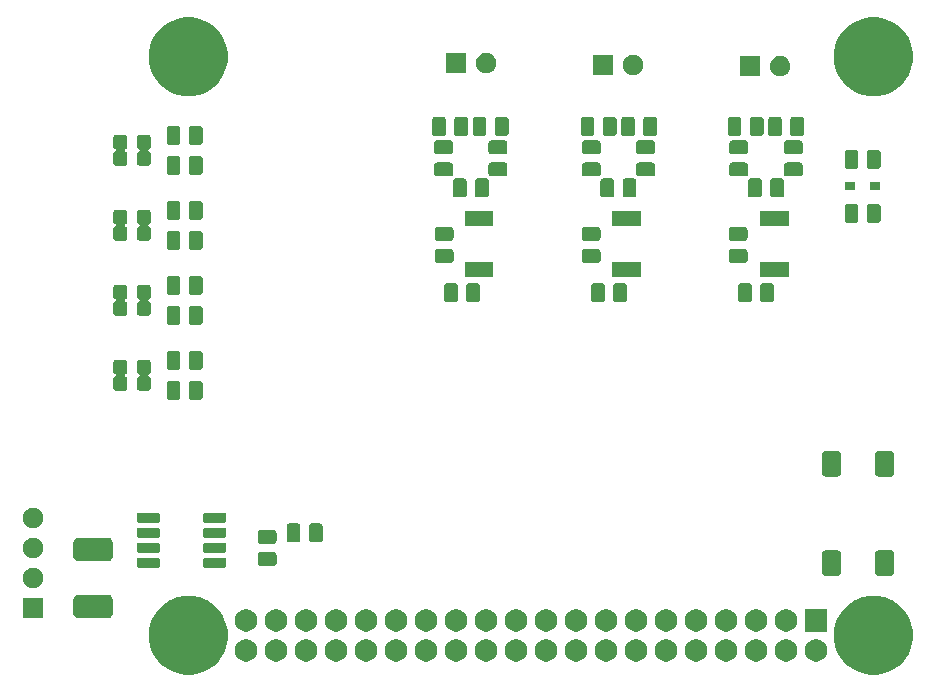
<source format=gts>
G04 #@! TF.GenerationSoftware,KiCad,Pcbnew,5.1.6-c6e7f7d~87~ubuntu18.04.1*
G04 #@! TF.CreationDate,2021-04-28T11:05:25+02:00*
G04 #@! TF.ProjectId,MSS,4d53532e-6b69-4636-9164-5f7063625858,2.0*
G04 #@! TF.SameCoordinates,Original*
G04 #@! TF.FileFunction,Soldermask,Top*
G04 #@! TF.FilePolarity,Negative*
%FSLAX46Y46*%
G04 Gerber Fmt 4.6, Leading zero omitted, Abs format (unit mm)*
G04 Created by KiCad (PCBNEW 5.1.6-c6e7f7d~87~ubuntu18.04.1) date 2021-04-28 11:05:25*
%MOMM*%
%LPD*%
G01*
G04 APERTURE LIST*
%ADD10C,0.100000*%
G04 APERTURE END LIST*
D10*
G36*
X162477158Y-109278738D02*
G01*
X162983905Y-109488640D01*
X163086820Y-109531269D01*
X163635500Y-109897885D01*
X164102115Y-110364500D01*
X164449914Y-110885018D01*
X164468732Y-110913182D01*
X164721262Y-111522842D01*
X164850000Y-112170052D01*
X164850000Y-112829948D01*
X164721262Y-113477158D01*
X164485182Y-114047104D01*
X164468731Y-114086820D01*
X164102115Y-114635500D01*
X163635500Y-115102115D01*
X163086820Y-115468731D01*
X163086819Y-115468732D01*
X163086818Y-115468732D01*
X162477158Y-115721262D01*
X161829948Y-115850000D01*
X161170052Y-115850000D01*
X160522842Y-115721262D01*
X159913182Y-115468732D01*
X159913181Y-115468732D01*
X159913180Y-115468731D01*
X159364500Y-115102115D01*
X158897885Y-114635500D01*
X158531269Y-114086820D01*
X158514818Y-114047104D01*
X158278738Y-113477158D01*
X158150000Y-112829948D01*
X158150000Y-112170052D01*
X158278738Y-111522842D01*
X158531268Y-110913182D01*
X158550087Y-110885018D01*
X158897885Y-110364500D01*
X159364500Y-109897885D01*
X159913180Y-109531269D01*
X160016095Y-109488640D01*
X160522842Y-109278738D01*
X161170052Y-109150000D01*
X161829948Y-109150000D01*
X162477158Y-109278738D01*
G37*
G36*
X104477158Y-109278738D02*
G01*
X104983905Y-109488640D01*
X105086820Y-109531269D01*
X105635500Y-109897885D01*
X106102115Y-110364500D01*
X106449914Y-110885018D01*
X106468732Y-110913182D01*
X106721262Y-111522842D01*
X106850000Y-112170052D01*
X106850000Y-112829948D01*
X106721262Y-113477158D01*
X106485182Y-114047104D01*
X106468731Y-114086820D01*
X106102115Y-114635500D01*
X105635500Y-115102115D01*
X105086820Y-115468731D01*
X105086819Y-115468732D01*
X105086818Y-115468732D01*
X104477158Y-115721262D01*
X103829948Y-115850000D01*
X103170052Y-115850000D01*
X102522842Y-115721262D01*
X101913182Y-115468732D01*
X101913181Y-115468732D01*
X101913180Y-115468731D01*
X101364500Y-115102115D01*
X100897885Y-114635500D01*
X100531269Y-114086820D01*
X100514818Y-114047104D01*
X100278738Y-113477158D01*
X100150000Y-112829948D01*
X100150000Y-112170052D01*
X100278738Y-111522842D01*
X100531268Y-110913182D01*
X100550087Y-110885018D01*
X100897885Y-110364500D01*
X101364500Y-109897885D01*
X101913180Y-109531269D01*
X102016095Y-109488640D01*
X102522842Y-109278738D01*
X103170052Y-109150000D01*
X103829948Y-109150000D01*
X104477158Y-109278738D01*
G37*
G36*
X146613569Y-112829946D02*
G01*
X146747105Y-112856508D01*
X146919994Y-112928121D01*
X147075590Y-113032087D01*
X147207913Y-113164410D01*
X147311879Y-113320006D01*
X147383492Y-113492895D01*
X147420000Y-113676433D01*
X147420000Y-113863567D01*
X147383492Y-114047105D01*
X147311879Y-114219994D01*
X147207913Y-114375590D01*
X147075590Y-114507913D01*
X146919994Y-114611879D01*
X146747105Y-114683492D01*
X146655336Y-114701746D01*
X146563568Y-114720000D01*
X146376432Y-114720000D01*
X146284664Y-114701746D01*
X146192895Y-114683492D01*
X146020006Y-114611879D01*
X145864410Y-114507913D01*
X145732087Y-114375590D01*
X145628121Y-114219994D01*
X145556508Y-114047105D01*
X145520000Y-113863567D01*
X145520000Y-113676433D01*
X145556508Y-113492895D01*
X145628121Y-113320006D01*
X145732087Y-113164410D01*
X145864410Y-113032087D01*
X146020006Y-112928121D01*
X146192895Y-112856508D01*
X146326431Y-112829946D01*
X146376432Y-112820000D01*
X146563568Y-112820000D01*
X146613569Y-112829946D01*
G37*
G36*
X133913569Y-112829946D02*
G01*
X134047105Y-112856508D01*
X134219994Y-112928121D01*
X134375590Y-113032087D01*
X134507913Y-113164410D01*
X134611879Y-113320006D01*
X134683492Y-113492895D01*
X134720000Y-113676433D01*
X134720000Y-113863567D01*
X134683492Y-114047105D01*
X134611879Y-114219994D01*
X134507913Y-114375590D01*
X134375590Y-114507913D01*
X134219994Y-114611879D01*
X134047105Y-114683492D01*
X133955336Y-114701746D01*
X133863568Y-114720000D01*
X133676432Y-114720000D01*
X133584664Y-114701746D01*
X133492895Y-114683492D01*
X133320006Y-114611879D01*
X133164410Y-114507913D01*
X133032087Y-114375590D01*
X132928121Y-114219994D01*
X132856508Y-114047105D01*
X132820000Y-113863567D01*
X132820000Y-113676433D01*
X132856508Y-113492895D01*
X132928121Y-113320006D01*
X133032087Y-113164410D01*
X133164410Y-113032087D01*
X133320006Y-112928121D01*
X133492895Y-112856508D01*
X133626431Y-112829946D01*
X133676432Y-112820000D01*
X133863568Y-112820000D01*
X133913569Y-112829946D01*
G37*
G36*
X136453569Y-112829946D02*
G01*
X136587105Y-112856508D01*
X136759994Y-112928121D01*
X136915590Y-113032087D01*
X137047913Y-113164410D01*
X137151879Y-113320006D01*
X137223492Y-113492895D01*
X137260000Y-113676433D01*
X137260000Y-113863567D01*
X137223492Y-114047105D01*
X137151879Y-114219994D01*
X137047913Y-114375590D01*
X136915590Y-114507913D01*
X136759994Y-114611879D01*
X136587105Y-114683492D01*
X136495336Y-114701746D01*
X136403568Y-114720000D01*
X136216432Y-114720000D01*
X136124664Y-114701746D01*
X136032895Y-114683492D01*
X135860006Y-114611879D01*
X135704410Y-114507913D01*
X135572087Y-114375590D01*
X135468121Y-114219994D01*
X135396508Y-114047105D01*
X135360000Y-113863567D01*
X135360000Y-113676433D01*
X135396508Y-113492895D01*
X135468121Y-113320006D01*
X135572087Y-113164410D01*
X135704410Y-113032087D01*
X135860006Y-112928121D01*
X136032895Y-112856508D01*
X136166431Y-112829946D01*
X136216432Y-112820000D01*
X136403568Y-112820000D01*
X136453569Y-112829946D01*
G37*
G36*
X138993569Y-112829946D02*
G01*
X139127105Y-112856508D01*
X139299994Y-112928121D01*
X139455590Y-113032087D01*
X139587913Y-113164410D01*
X139691879Y-113320006D01*
X139763492Y-113492895D01*
X139800000Y-113676433D01*
X139800000Y-113863567D01*
X139763492Y-114047105D01*
X139691879Y-114219994D01*
X139587913Y-114375590D01*
X139455590Y-114507913D01*
X139299994Y-114611879D01*
X139127105Y-114683492D01*
X139035336Y-114701746D01*
X138943568Y-114720000D01*
X138756432Y-114720000D01*
X138664664Y-114701746D01*
X138572895Y-114683492D01*
X138400006Y-114611879D01*
X138244410Y-114507913D01*
X138112087Y-114375590D01*
X138008121Y-114219994D01*
X137936508Y-114047105D01*
X137900000Y-113863567D01*
X137900000Y-113676433D01*
X137936508Y-113492895D01*
X138008121Y-113320006D01*
X138112087Y-113164410D01*
X138244410Y-113032087D01*
X138400006Y-112928121D01*
X138572895Y-112856508D01*
X138706431Y-112829946D01*
X138756432Y-112820000D01*
X138943568Y-112820000D01*
X138993569Y-112829946D01*
G37*
G36*
X141533569Y-112829946D02*
G01*
X141667105Y-112856508D01*
X141839994Y-112928121D01*
X141995590Y-113032087D01*
X142127913Y-113164410D01*
X142231879Y-113320006D01*
X142303492Y-113492895D01*
X142340000Y-113676433D01*
X142340000Y-113863567D01*
X142303492Y-114047105D01*
X142231879Y-114219994D01*
X142127913Y-114375590D01*
X141995590Y-114507913D01*
X141839994Y-114611879D01*
X141667105Y-114683492D01*
X141575336Y-114701746D01*
X141483568Y-114720000D01*
X141296432Y-114720000D01*
X141204664Y-114701746D01*
X141112895Y-114683492D01*
X140940006Y-114611879D01*
X140784410Y-114507913D01*
X140652087Y-114375590D01*
X140548121Y-114219994D01*
X140476508Y-114047105D01*
X140440000Y-113863567D01*
X140440000Y-113676433D01*
X140476508Y-113492895D01*
X140548121Y-113320006D01*
X140652087Y-113164410D01*
X140784410Y-113032087D01*
X140940006Y-112928121D01*
X141112895Y-112856508D01*
X141246431Y-112829946D01*
X141296432Y-112820000D01*
X141483568Y-112820000D01*
X141533569Y-112829946D01*
G37*
G36*
X144073569Y-112829946D02*
G01*
X144207105Y-112856508D01*
X144379994Y-112928121D01*
X144535590Y-113032087D01*
X144667913Y-113164410D01*
X144771879Y-113320006D01*
X144843492Y-113492895D01*
X144880000Y-113676433D01*
X144880000Y-113863567D01*
X144843492Y-114047105D01*
X144771879Y-114219994D01*
X144667913Y-114375590D01*
X144535590Y-114507913D01*
X144379994Y-114611879D01*
X144207105Y-114683492D01*
X144115336Y-114701746D01*
X144023568Y-114720000D01*
X143836432Y-114720000D01*
X143744664Y-114701746D01*
X143652895Y-114683492D01*
X143480006Y-114611879D01*
X143324410Y-114507913D01*
X143192087Y-114375590D01*
X143088121Y-114219994D01*
X143016508Y-114047105D01*
X142980000Y-113863567D01*
X142980000Y-113676433D01*
X143016508Y-113492895D01*
X143088121Y-113320006D01*
X143192087Y-113164410D01*
X143324410Y-113032087D01*
X143480006Y-112928121D01*
X143652895Y-112856508D01*
X143786431Y-112829946D01*
X143836432Y-112820000D01*
X144023568Y-112820000D01*
X144073569Y-112829946D01*
G37*
G36*
X149153569Y-112829946D02*
G01*
X149287105Y-112856508D01*
X149459994Y-112928121D01*
X149615590Y-113032087D01*
X149747913Y-113164410D01*
X149851879Y-113320006D01*
X149923492Y-113492895D01*
X149960000Y-113676433D01*
X149960000Y-113863567D01*
X149923492Y-114047105D01*
X149851879Y-114219994D01*
X149747913Y-114375590D01*
X149615590Y-114507913D01*
X149459994Y-114611879D01*
X149287105Y-114683492D01*
X149195336Y-114701746D01*
X149103568Y-114720000D01*
X148916432Y-114720000D01*
X148824664Y-114701746D01*
X148732895Y-114683492D01*
X148560006Y-114611879D01*
X148404410Y-114507913D01*
X148272087Y-114375590D01*
X148168121Y-114219994D01*
X148096508Y-114047105D01*
X148060000Y-113863567D01*
X148060000Y-113676433D01*
X148096508Y-113492895D01*
X148168121Y-113320006D01*
X148272087Y-113164410D01*
X148404410Y-113032087D01*
X148560006Y-112928121D01*
X148732895Y-112856508D01*
X148866431Y-112829946D01*
X148916432Y-112820000D01*
X149103568Y-112820000D01*
X149153569Y-112829946D01*
G37*
G36*
X151693569Y-112829946D02*
G01*
X151827105Y-112856508D01*
X151999994Y-112928121D01*
X152155590Y-113032087D01*
X152287913Y-113164410D01*
X152391879Y-113320006D01*
X152463492Y-113492895D01*
X152500000Y-113676433D01*
X152500000Y-113863567D01*
X152463492Y-114047105D01*
X152391879Y-114219994D01*
X152287913Y-114375590D01*
X152155590Y-114507913D01*
X151999994Y-114611879D01*
X151827105Y-114683492D01*
X151735336Y-114701746D01*
X151643568Y-114720000D01*
X151456432Y-114720000D01*
X151364664Y-114701746D01*
X151272895Y-114683492D01*
X151100006Y-114611879D01*
X150944410Y-114507913D01*
X150812087Y-114375590D01*
X150708121Y-114219994D01*
X150636508Y-114047105D01*
X150600000Y-113863567D01*
X150600000Y-113676433D01*
X150636508Y-113492895D01*
X150708121Y-113320006D01*
X150812087Y-113164410D01*
X150944410Y-113032087D01*
X151100006Y-112928121D01*
X151272895Y-112856508D01*
X151406431Y-112829946D01*
X151456432Y-112820000D01*
X151643568Y-112820000D01*
X151693569Y-112829946D01*
G37*
G36*
X154233569Y-112829946D02*
G01*
X154367105Y-112856508D01*
X154539994Y-112928121D01*
X154695590Y-113032087D01*
X154827913Y-113164410D01*
X154931879Y-113320006D01*
X155003492Y-113492895D01*
X155040000Y-113676433D01*
X155040000Y-113863567D01*
X155003492Y-114047105D01*
X154931879Y-114219994D01*
X154827913Y-114375590D01*
X154695590Y-114507913D01*
X154539994Y-114611879D01*
X154367105Y-114683492D01*
X154275336Y-114701746D01*
X154183568Y-114720000D01*
X153996432Y-114720000D01*
X153904664Y-114701746D01*
X153812895Y-114683492D01*
X153640006Y-114611879D01*
X153484410Y-114507913D01*
X153352087Y-114375590D01*
X153248121Y-114219994D01*
X153176508Y-114047105D01*
X153140000Y-113863567D01*
X153140000Y-113676433D01*
X153176508Y-113492895D01*
X153248121Y-113320006D01*
X153352087Y-113164410D01*
X153484410Y-113032087D01*
X153640006Y-112928121D01*
X153812895Y-112856508D01*
X153946431Y-112829946D01*
X153996432Y-112820000D01*
X154183568Y-112820000D01*
X154233569Y-112829946D01*
G37*
G36*
X131373569Y-112829946D02*
G01*
X131507105Y-112856508D01*
X131679994Y-112928121D01*
X131835590Y-113032087D01*
X131967913Y-113164410D01*
X132071879Y-113320006D01*
X132143492Y-113492895D01*
X132180000Y-113676433D01*
X132180000Y-113863567D01*
X132143492Y-114047105D01*
X132071879Y-114219994D01*
X131967913Y-114375590D01*
X131835590Y-114507913D01*
X131679994Y-114611879D01*
X131507105Y-114683492D01*
X131415336Y-114701746D01*
X131323568Y-114720000D01*
X131136432Y-114720000D01*
X131044664Y-114701746D01*
X130952895Y-114683492D01*
X130780006Y-114611879D01*
X130624410Y-114507913D01*
X130492087Y-114375590D01*
X130388121Y-114219994D01*
X130316508Y-114047105D01*
X130280000Y-113863567D01*
X130280000Y-113676433D01*
X130316508Y-113492895D01*
X130388121Y-113320006D01*
X130492087Y-113164410D01*
X130624410Y-113032087D01*
X130780006Y-112928121D01*
X130952895Y-112856508D01*
X131086431Y-112829946D01*
X131136432Y-112820000D01*
X131323568Y-112820000D01*
X131373569Y-112829946D01*
G37*
G36*
X118673569Y-112829946D02*
G01*
X118807105Y-112856508D01*
X118979994Y-112928121D01*
X119135590Y-113032087D01*
X119267913Y-113164410D01*
X119371879Y-113320006D01*
X119443492Y-113492895D01*
X119480000Y-113676433D01*
X119480000Y-113863567D01*
X119443492Y-114047105D01*
X119371879Y-114219994D01*
X119267913Y-114375590D01*
X119135590Y-114507913D01*
X118979994Y-114611879D01*
X118807105Y-114683492D01*
X118715336Y-114701746D01*
X118623568Y-114720000D01*
X118436432Y-114720000D01*
X118344664Y-114701746D01*
X118252895Y-114683492D01*
X118080006Y-114611879D01*
X117924410Y-114507913D01*
X117792087Y-114375590D01*
X117688121Y-114219994D01*
X117616508Y-114047105D01*
X117580000Y-113863567D01*
X117580000Y-113676433D01*
X117616508Y-113492895D01*
X117688121Y-113320006D01*
X117792087Y-113164410D01*
X117924410Y-113032087D01*
X118080006Y-112928121D01*
X118252895Y-112856508D01*
X118386431Y-112829946D01*
X118436432Y-112820000D01*
X118623568Y-112820000D01*
X118673569Y-112829946D01*
G37*
G36*
X156773569Y-112829946D02*
G01*
X156907105Y-112856508D01*
X157079994Y-112928121D01*
X157235590Y-113032087D01*
X157367913Y-113164410D01*
X157471879Y-113320006D01*
X157543492Y-113492895D01*
X157580000Y-113676433D01*
X157580000Y-113863567D01*
X157543492Y-114047105D01*
X157471879Y-114219994D01*
X157367913Y-114375590D01*
X157235590Y-114507913D01*
X157079994Y-114611879D01*
X156907105Y-114683492D01*
X156815336Y-114701746D01*
X156723568Y-114720000D01*
X156536432Y-114720000D01*
X156444664Y-114701746D01*
X156352895Y-114683492D01*
X156180006Y-114611879D01*
X156024410Y-114507913D01*
X155892087Y-114375590D01*
X155788121Y-114219994D01*
X155716508Y-114047105D01*
X155680000Y-113863567D01*
X155680000Y-113676433D01*
X155716508Y-113492895D01*
X155788121Y-113320006D01*
X155892087Y-113164410D01*
X156024410Y-113032087D01*
X156180006Y-112928121D01*
X156352895Y-112856508D01*
X156486431Y-112829946D01*
X156536432Y-112820000D01*
X156723568Y-112820000D01*
X156773569Y-112829946D01*
G37*
G36*
X123753569Y-112829946D02*
G01*
X123887105Y-112856508D01*
X124059994Y-112928121D01*
X124215590Y-113032087D01*
X124347913Y-113164410D01*
X124451879Y-113320006D01*
X124523492Y-113492895D01*
X124560000Y-113676433D01*
X124560000Y-113863567D01*
X124523492Y-114047105D01*
X124451879Y-114219994D01*
X124347913Y-114375590D01*
X124215590Y-114507913D01*
X124059994Y-114611879D01*
X123887105Y-114683492D01*
X123795336Y-114701746D01*
X123703568Y-114720000D01*
X123516432Y-114720000D01*
X123424664Y-114701746D01*
X123332895Y-114683492D01*
X123160006Y-114611879D01*
X123004410Y-114507913D01*
X122872087Y-114375590D01*
X122768121Y-114219994D01*
X122696508Y-114047105D01*
X122660000Y-113863567D01*
X122660000Y-113676433D01*
X122696508Y-113492895D01*
X122768121Y-113320006D01*
X122872087Y-113164410D01*
X123004410Y-113032087D01*
X123160006Y-112928121D01*
X123332895Y-112856508D01*
X123466431Y-112829946D01*
X123516432Y-112820000D01*
X123703568Y-112820000D01*
X123753569Y-112829946D01*
G37*
G36*
X126293569Y-112829946D02*
G01*
X126427105Y-112856508D01*
X126599994Y-112928121D01*
X126755590Y-113032087D01*
X126887913Y-113164410D01*
X126991879Y-113320006D01*
X127063492Y-113492895D01*
X127100000Y-113676433D01*
X127100000Y-113863567D01*
X127063492Y-114047105D01*
X126991879Y-114219994D01*
X126887913Y-114375590D01*
X126755590Y-114507913D01*
X126599994Y-114611879D01*
X126427105Y-114683492D01*
X126335336Y-114701746D01*
X126243568Y-114720000D01*
X126056432Y-114720000D01*
X125964664Y-114701746D01*
X125872895Y-114683492D01*
X125700006Y-114611879D01*
X125544410Y-114507913D01*
X125412087Y-114375590D01*
X125308121Y-114219994D01*
X125236508Y-114047105D01*
X125200000Y-113863567D01*
X125200000Y-113676433D01*
X125236508Y-113492895D01*
X125308121Y-113320006D01*
X125412087Y-113164410D01*
X125544410Y-113032087D01*
X125700006Y-112928121D01*
X125872895Y-112856508D01*
X126006431Y-112829946D01*
X126056432Y-112820000D01*
X126243568Y-112820000D01*
X126293569Y-112829946D01*
G37*
G36*
X128833569Y-112829946D02*
G01*
X128967105Y-112856508D01*
X129139994Y-112928121D01*
X129295590Y-113032087D01*
X129427913Y-113164410D01*
X129531879Y-113320006D01*
X129603492Y-113492895D01*
X129640000Y-113676433D01*
X129640000Y-113863567D01*
X129603492Y-114047105D01*
X129531879Y-114219994D01*
X129427913Y-114375590D01*
X129295590Y-114507913D01*
X129139994Y-114611879D01*
X128967105Y-114683492D01*
X128875336Y-114701746D01*
X128783568Y-114720000D01*
X128596432Y-114720000D01*
X128504664Y-114701746D01*
X128412895Y-114683492D01*
X128240006Y-114611879D01*
X128084410Y-114507913D01*
X127952087Y-114375590D01*
X127848121Y-114219994D01*
X127776508Y-114047105D01*
X127740000Y-113863567D01*
X127740000Y-113676433D01*
X127776508Y-113492895D01*
X127848121Y-113320006D01*
X127952087Y-113164410D01*
X128084410Y-113032087D01*
X128240006Y-112928121D01*
X128412895Y-112856508D01*
X128546431Y-112829946D01*
X128596432Y-112820000D01*
X128783568Y-112820000D01*
X128833569Y-112829946D01*
G37*
G36*
X108513569Y-112829946D02*
G01*
X108647105Y-112856508D01*
X108819994Y-112928121D01*
X108975590Y-113032087D01*
X109107913Y-113164410D01*
X109211879Y-113320006D01*
X109283492Y-113492895D01*
X109320000Y-113676433D01*
X109320000Y-113863567D01*
X109283492Y-114047105D01*
X109211879Y-114219994D01*
X109107913Y-114375590D01*
X108975590Y-114507913D01*
X108819994Y-114611879D01*
X108647105Y-114683492D01*
X108555336Y-114701746D01*
X108463568Y-114720000D01*
X108276432Y-114720000D01*
X108184664Y-114701746D01*
X108092895Y-114683492D01*
X107920006Y-114611879D01*
X107764410Y-114507913D01*
X107632087Y-114375590D01*
X107528121Y-114219994D01*
X107456508Y-114047105D01*
X107420000Y-113863567D01*
X107420000Y-113676433D01*
X107456508Y-113492895D01*
X107528121Y-113320006D01*
X107632087Y-113164410D01*
X107764410Y-113032087D01*
X107920006Y-112928121D01*
X108092895Y-112856508D01*
X108226431Y-112829946D01*
X108276432Y-112820000D01*
X108463568Y-112820000D01*
X108513569Y-112829946D01*
G37*
G36*
X111053569Y-112829946D02*
G01*
X111187105Y-112856508D01*
X111359994Y-112928121D01*
X111515590Y-113032087D01*
X111647913Y-113164410D01*
X111751879Y-113320006D01*
X111823492Y-113492895D01*
X111860000Y-113676433D01*
X111860000Y-113863567D01*
X111823492Y-114047105D01*
X111751879Y-114219994D01*
X111647913Y-114375590D01*
X111515590Y-114507913D01*
X111359994Y-114611879D01*
X111187105Y-114683492D01*
X111095336Y-114701746D01*
X111003568Y-114720000D01*
X110816432Y-114720000D01*
X110724664Y-114701746D01*
X110632895Y-114683492D01*
X110460006Y-114611879D01*
X110304410Y-114507913D01*
X110172087Y-114375590D01*
X110068121Y-114219994D01*
X109996508Y-114047105D01*
X109960000Y-113863567D01*
X109960000Y-113676433D01*
X109996508Y-113492895D01*
X110068121Y-113320006D01*
X110172087Y-113164410D01*
X110304410Y-113032087D01*
X110460006Y-112928121D01*
X110632895Y-112856508D01*
X110766431Y-112829946D01*
X110816432Y-112820000D01*
X111003568Y-112820000D01*
X111053569Y-112829946D01*
G37*
G36*
X113593569Y-112829946D02*
G01*
X113727105Y-112856508D01*
X113899994Y-112928121D01*
X114055590Y-113032087D01*
X114187913Y-113164410D01*
X114291879Y-113320006D01*
X114363492Y-113492895D01*
X114400000Y-113676433D01*
X114400000Y-113863567D01*
X114363492Y-114047105D01*
X114291879Y-114219994D01*
X114187913Y-114375590D01*
X114055590Y-114507913D01*
X113899994Y-114611879D01*
X113727105Y-114683492D01*
X113635336Y-114701746D01*
X113543568Y-114720000D01*
X113356432Y-114720000D01*
X113264664Y-114701746D01*
X113172895Y-114683492D01*
X113000006Y-114611879D01*
X112844410Y-114507913D01*
X112712087Y-114375590D01*
X112608121Y-114219994D01*
X112536508Y-114047105D01*
X112500000Y-113863567D01*
X112500000Y-113676433D01*
X112536508Y-113492895D01*
X112608121Y-113320006D01*
X112712087Y-113164410D01*
X112844410Y-113032087D01*
X113000006Y-112928121D01*
X113172895Y-112856508D01*
X113306431Y-112829946D01*
X113356432Y-112820000D01*
X113543568Y-112820000D01*
X113593569Y-112829946D01*
G37*
G36*
X116133569Y-112829946D02*
G01*
X116267105Y-112856508D01*
X116439994Y-112928121D01*
X116595590Y-113032087D01*
X116727913Y-113164410D01*
X116831879Y-113320006D01*
X116903492Y-113492895D01*
X116940000Y-113676433D01*
X116940000Y-113863567D01*
X116903492Y-114047105D01*
X116831879Y-114219994D01*
X116727913Y-114375590D01*
X116595590Y-114507913D01*
X116439994Y-114611879D01*
X116267105Y-114683492D01*
X116175336Y-114701746D01*
X116083568Y-114720000D01*
X115896432Y-114720000D01*
X115804664Y-114701746D01*
X115712895Y-114683492D01*
X115540006Y-114611879D01*
X115384410Y-114507913D01*
X115252087Y-114375590D01*
X115148121Y-114219994D01*
X115076508Y-114047105D01*
X115040000Y-113863567D01*
X115040000Y-113676433D01*
X115076508Y-113492895D01*
X115148121Y-113320006D01*
X115252087Y-113164410D01*
X115384410Y-113032087D01*
X115540006Y-112928121D01*
X115712895Y-112856508D01*
X115846431Y-112829946D01*
X115896432Y-112820000D01*
X116083568Y-112820000D01*
X116133569Y-112829946D01*
G37*
G36*
X121213569Y-112829946D02*
G01*
X121347105Y-112856508D01*
X121519994Y-112928121D01*
X121675590Y-113032087D01*
X121807913Y-113164410D01*
X121911879Y-113320006D01*
X121983492Y-113492895D01*
X122020000Y-113676433D01*
X122020000Y-113863567D01*
X121983492Y-114047105D01*
X121911879Y-114219994D01*
X121807913Y-114375590D01*
X121675590Y-114507913D01*
X121519994Y-114611879D01*
X121347105Y-114683492D01*
X121255336Y-114701746D01*
X121163568Y-114720000D01*
X120976432Y-114720000D01*
X120884664Y-114701746D01*
X120792895Y-114683492D01*
X120620006Y-114611879D01*
X120464410Y-114507913D01*
X120332087Y-114375590D01*
X120228121Y-114219994D01*
X120156508Y-114047105D01*
X120120000Y-113863567D01*
X120120000Y-113676433D01*
X120156508Y-113492895D01*
X120228121Y-113320006D01*
X120332087Y-113164410D01*
X120464410Y-113032087D01*
X120620006Y-112928121D01*
X120792895Y-112856508D01*
X120926431Y-112829946D01*
X120976432Y-112820000D01*
X121163568Y-112820000D01*
X121213569Y-112829946D01*
G37*
G36*
X146655336Y-110298254D02*
G01*
X146747105Y-110316508D01*
X146919994Y-110388121D01*
X147075590Y-110492087D01*
X147207913Y-110624410D01*
X147311879Y-110780006D01*
X147383492Y-110952895D01*
X147420000Y-111136433D01*
X147420000Y-111323567D01*
X147383492Y-111507105D01*
X147311879Y-111679994D01*
X147207913Y-111835590D01*
X147075590Y-111967913D01*
X146919994Y-112071879D01*
X146747105Y-112143492D01*
X146655336Y-112161746D01*
X146563568Y-112180000D01*
X146376432Y-112180000D01*
X146284664Y-112161746D01*
X146192895Y-112143492D01*
X146020006Y-112071879D01*
X145864410Y-111967913D01*
X145732087Y-111835590D01*
X145628121Y-111679994D01*
X145556508Y-111507105D01*
X145520000Y-111323567D01*
X145520000Y-111136433D01*
X145556508Y-110952895D01*
X145628121Y-110780006D01*
X145732087Y-110624410D01*
X145864410Y-110492087D01*
X146020006Y-110388121D01*
X146192895Y-110316508D01*
X146284664Y-110298254D01*
X146376432Y-110280000D01*
X146563568Y-110280000D01*
X146655336Y-110298254D01*
G37*
G36*
X108555336Y-110298254D02*
G01*
X108647105Y-110316508D01*
X108819994Y-110388121D01*
X108975590Y-110492087D01*
X109107913Y-110624410D01*
X109211879Y-110780006D01*
X109283492Y-110952895D01*
X109320000Y-111136433D01*
X109320000Y-111323567D01*
X109283492Y-111507105D01*
X109211879Y-111679994D01*
X109107913Y-111835590D01*
X108975590Y-111967913D01*
X108819994Y-112071879D01*
X108647105Y-112143492D01*
X108555336Y-112161746D01*
X108463568Y-112180000D01*
X108276432Y-112180000D01*
X108184664Y-112161746D01*
X108092895Y-112143492D01*
X107920006Y-112071879D01*
X107764410Y-111967913D01*
X107632087Y-111835590D01*
X107528121Y-111679994D01*
X107456508Y-111507105D01*
X107420000Y-111323567D01*
X107420000Y-111136433D01*
X107456508Y-110952895D01*
X107528121Y-110780006D01*
X107632087Y-110624410D01*
X107764410Y-110492087D01*
X107920006Y-110388121D01*
X108092895Y-110316508D01*
X108184664Y-110298254D01*
X108276432Y-110280000D01*
X108463568Y-110280000D01*
X108555336Y-110298254D01*
G37*
G36*
X111095336Y-110298254D02*
G01*
X111187105Y-110316508D01*
X111359994Y-110388121D01*
X111515590Y-110492087D01*
X111647913Y-110624410D01*
X111751879Y-110780006D01*
X111823492Y-110952895D01*
X111860000Y-111136433D01*
X111860000Y-111323567D01*
X111823492Y-111507105D01*
X111751879Y-111679994D01*
X111647913Y-111835590D01*
X111515590Y-111967913D01*
X111359994Y-112071879D01*
X111187105Y-112143492D01*
X111095336Y-112161746D01*
X111003568Y-112180000D01*
X110816432Y-112180000D01*
X110724664Y-112161746D01*
X110632895Y-112143492D01*
X110460006Y-112071879D01*
X110304410Y-111967913D01*
X110172087Y-111835590D01*
X110068121Y-111679994D01*
X109996508Y-111507105D01*
X109960000Y-111323567D01*
X109960000Y-111136433D01*
X109996508Y-110952895D01*
X110068121Y-110780006D01*
X110172087Y-110624410D01*
X110304410Y-110492087D01*
X110460006Y-110388121D01*
X110632895Y-110316508D01*
X110724664Y-110298254D01*
X110816432Y-110280000D01*
X111003568Y-110280000D01*
X111095336Y-110298254D01*
G37*
G36*
X144115336Y-110298254D02*
G01*
X144207105Y-110316508D01*
X144379994Y-110388121D01*
X144535590Y-110492087D01*
X144667913Y-110624410D01*
X144771879Y-110780006D01*
X144843492Y-110952895D01*
X144880000Y-111136433D01*
X144880000Y-111323567D01*
X144843492Y-111507105D01*
X144771879Y-111679994D01*
X144667913Y-111835590D01*
X144535590Y-111967913D01*
X144379994Y-112071879D01*
X144207105Y-112143492D01*
X144115336Y-112161746D01*
X144023568Y-112180000D01*
X143836432Y-112180000D01*
X143744664Y-112161746D01*
X143652895Y-112143492D01*
X143480006Y-112071879D01*
X143324410Y-111967913D01*
X143192087Y-111835590D01*
X143088121Y-111679994D01*
X143016508Y-111507105D01*
X142980000Y-111323567D01*
X142980000Y-111136433D01*
X143016508Y-110952895D01*
X143088121Y-110780006D01*
X143192087Y-110624410D01*
X143324410Y-110492087D01*
X143480006Y-110388121D01*
X143652895Y-110316508D01*
X143744664Y-110298254D01*
X143836432Y-110280000D01*
X144023568Y-110280000D01*
X144115336Y-110298254D01*
G37*
G36*
X139035336Y-110298254D02*
G01*
X139127105Y-110316508D01*
X139299994Y-110388121D01*
X139455590Y-110492087D01*
X139587913Y-110624410D01*
X139691879Y-110780006D01*
X139763492Y-110952895D01*
X139800000Y-111136433D01*
X139800000Y-111323567D01*
X139763492Y-111507105D01*
X139691879Y-111679994D01*
X139587913Y-111835590D01*
X139455590Y-111967913D01*
X139299994Y-112071879D01*
X139127105Y-112143492D01*
X139035336Y-112161746D01*
X138943568Y-112180000D01*
X138756432Y-112180000D01*
X138664664Y-112161746D01*
X138572895Y-112143492D01*
X138400006Y-112071879D01*
X138244410Y-111967913D01*
X138112087Y-111835590D01*
X138008121Y-111679994D01*
X137936508Y-111507105D01*
X137900000Y-111323567D01*
X137900000Y-111136433D01*
X137936508Y-110952895D01*
X138008121Y-110780006D01*
X138112087Y-110624410D01*
X138244410Y-110492087D01*
X138400006Y-110388121D01*
X138572895Y-110316508D01*
X138664664Y-110298254D01*
X138756432Y-110280000D01*
X138943568Y-110280000D01*
X139035336Y-110298254D01*
G37*
G36*
X149195336Y-110298254D02*
G01*
X149287105Y-110316508D01*
X149459994Y-110388121D01*
X149615590Y-110492087D01*
X149747913Y-110624410D01*
X149851879Y-110780006D01*
X149923492Y-110952895D01*
X149960000Y-111136433D01*
X149960000Y-111323567D01*
X149923492Y-111507105D01*
X149851879Y-111679994D01*
X149747913Y-111835590D01*
X149615590Y-111967913D01*
X149459994Y-112071879D01*
X149287105Y-112143492D01*
X149195336Y-112161746D01*
X149103568Y-112180000D01*
X148916432Y-112180000D01*
X148824664Y-112161746D01*
X148732895Y-112143492D01*
X148560006Y-112071879D01*
X148404410Y-111967913D01*
X148272087Y-111835590D01*
X148168121Y-111679994D01*
X148096508Y-111507105D01*
X148060000Y-111323567D01*
X148060000Y-111136433D01*
X148096508Y-110952895D01*
X148168121Y-110780006D01*
X148272087Y-110624410D01*
X148404410Y-110492087D01*
X148560006Y-110388121D01*
X148732895Y-110316508D01*
X148824664Y-110298254D01*
X148916432Y-110280000D01*
X149103568Y-110280000D01*
X149195336Y-110298254D01*
G37*
G36*
X151735336Y-110298254D02*
G01*
X151827105Y-110316508D01*
X151999994Y-110388121D01*
X152155590Y-110492087D01*
X152287913Y-110624410D01*
X152391879Y-110780006D01*
X152463492Y-110952895D01*
X152500000Y-111136433D01*
X152500000Y-111323567D01*
X152463492Y-111507105D01*
X152391879Y-111679994D01*
X152287913Y-111835590D01*
X152155590Y-111967913D01*
X151999994Y-112071879D01*
X151827105Y-112143492D01*
X151735336Y-112161746D01*
X151643568Y-112180000D01*
X151456432Y-112180000D01*
X151364664Y-112161746D01*
X151272895Y-112143492D01*
X151100006Y-112071879D01*
X150944410Y-111967913D01*
X150812087Y-111835590D01*
X150708121Y-111679994D01*
X150636508Y-111507105D01*
X150600000Y-111323567D01*
X150600000Y-111136433D01*
X150636508Y-110952895D01*
X150708121Y-110780006D01*
X150812087Y-110624410D01*
X150944410Y-110492087D01*
X151100006Y-110388121D01*
X151272895Y-110316508D01*
X151364664Y-110298254D01*
X151456432Y-110280000D01*
X151643568Y-110280000D01*
X151735336Y-110298254D01*
G37*
G36*
X154275336Y-110298254D02*
G01*
X154367105Y-110316508D01*
X154539994Y-110388121D01*
X154695590Y-110492087D01*
X154827913Y-110624410D01*
X154931879Y-110780006D01*
X155003492Y-110952895D01*
X155040000Y-111136433D01*
X155040000Y-111323567D01*
X155003492Y-111507105D01*
X154931879Y-111679994D01*
X154827913Y-111835590D01*
X154695590Y-111967913D01*
X154539994Y-112071879D01*
X154367105Y-112143492D01*
X154275336Y-112161746D01*
X154183568Y-112180000D01*
X153996432Y-112180000D01*
X153904664Y-112161746D01*
X153812895Y-112143492D01*
X153640006Y-112071879D01*
X153484410Y-111967913D01*
X153352087Y-111835590D01*
X153248121Y-111679994D01*
X153176508Y-111507105D01*
X153140000Y-111323567D01*
X153140000Y-111136433D01*
X153176508Y-110952895D01*
X153248121Y-110780006D01*
X153352087Y-110624410D01*
X153484410Y-110492087D01*
X153640006Y-110388121D01*
X153812895Y-110316508D01*
X153904664Y-110298254D01*
X153996432Y-110280000D01*
X154183568Y-110280000D01*
X154275336Y-110298254D01*
G37*
G36*
X136495336Y-110298254D02*
G01*
X136587105Y-110316508D01*
X136759994Y-110388121D01*
X136915590Y-110492087D01*
X137047913Y-110624410D01*
X137151879Y-110780006D01*
X137223492Y-110952895D01*
X137260000Y-111136433D01*
X137260000Y-111323567D01*
X137223492Y-111507105D01*
X137151879Y-111679994D01*
X137047913Y-111835590D01*
X136915590Y-111967913D01*
X136759994Y-112071879D01*
X136587105Y-112143492D01*
X136495336Y-112161746D01*
X136403568Y-112180000D01*
X136216432Y-112180000D01*
X136124664Y-112161746D01*
X136032895Y-112143492D01*
X135860006Y-112071879D01*
X135704410Y-111967913D01*
X135572087Y-111835590D01*
X135468121Y-111679994D01*
X135396508Y-111507105D01*
X135360000Y-111323567D01*
X135360000Y-111136433D01*
X135396508Y-110952895D01*
X135468121Y-110780006D01*
X135572087Y-110624410D01*
X135704410Y-110492087D01*
X135860006Y-110388121D01*
X136032895Y-110316508D01*
X136124664Y-110298254D01*
X136216432Y-110280000D01*
X136403568Y-110280000D01*
X136495336Y-110298254D01*
G37*
G36*
X157580000Y-112180000D02*
G01*
X155680000Y-112180000D01*
X155680000Y-110280000D01*
X157580000Y-110280000D01*
X157580000Y-112180000D01*
G37*
G36*
X133955336Y-110298254D02*
G01*
X134047105Y-110316508D01*
X134219994Y-110388121D01*
X134375590Y-110492087D01*
X134507913Y-110624410D01*
X134611879Y-110780006D01*
X134683492Y-110952895D01*
X134720000Y-111136433D01*
X134720000Y-111323567D01*
X134683492Y-111507105D01*
X134611879Y-111679994D01*
X134507913Y-111835590D01*
X134375590Y-111967913D01*
X134219994Y-112071879D01*
X134047105Y-112143492D01*
X133955336Y-112161746D01*
X133863568Y-112180000D01*
X133676432Y-112180000D01*
X133584664Y-112161746D01*
X133492895Y-112143492D01*
X133320006Y-112071879D01*
X133164410Y-111967913D01*
X133032087Y-111835590D01*
X132928121Y-111679994D01*
X132856508Y-111507105D01*
X132820000Y-111323567D01*
X132820000Y-111136433D01*
X132856508Y-110952895D01*
X132928121Y-110780006D01*
X133032087Y-110624410D01*
X133164410Y-110492087D01*
X133320006Y-110388121D01*
X133492895Y-110316508D01*
X133584664Y-110298254D01*
X133676432Y-110280000D01*
X133863568Y-110280000D01*
X133955336Y-110298254D01*
G37*
G36*
X141575336Y-110298254D02*
G01*
X141667105Y-110316508D01*
X141839994Y-110388121D01*
X141995590Y-110492087D01*
X142127913Y-110624410D01*
X142231879Y-110780006D01*
X142303492Y-110952895D01*
X142340000Y-111136433D01*
X142340000Y-111323567D01*
X142303492Y-111507105D01*
X142231879Y-111679994D01*
X142127913Y-111835590D01*
X141995590Y-111967913D01*
X141839994Y-112071879D01*
X141667105Y-112143492D01*
X141575336Y-112161746D01*
X141483568Y-112180000D01*
X141296432Y-112180000D01*
X141204664Y-112161746D01*
X141112895Y-112143492D01*
X140940006Y-112071879D01*
X140784410Y-111967913D01*
X140652087Y-111835590D01*
X140548121Y-111679994D01*
X140476508Y-111507105D01*
X140440000Y-111323567D01*
X140440000Y-111136433D01*
X140476508Y-110952895D01*
X140548121Y-110780006D01*
X140652087Y-110624410D01*
X140784410Y-110492087D01*
X140940006Y-110388121D01*
X141112895Y-110316508D01*
X141204664Y-110298254D01*
X141296432Y-110280000D01*
X141483568Y-110280000D01*
X141575336Y-110298254D01*
G37*
G36*
X126335336Y-110298254D02*
G01*
X126427105Y-110316508D01*
X126599994Y-110388121D01*
X126755590Y-110492087D01*
X126887913Y-110624410D01*
X126991879Y-110780006D01*
X127063492Y-110952895D01*
X127100000Y-111136433D01*
X127100000Y-111323567D01*
X127063492Y-111507105D01*
X126991879Y-111679994D01*
X126887913Y-111835590D01*
X126755590Y-111967913D01*
X126599994Y-112071879D01*
X126427105Y-112143492D01*
X126335336Y-112161746D01*
X126243568Y-112180000D01*
X126056432Y-112180000D01*
X125964664Y-112161746D01*
X125872895Y-112143492D01*
X125700006Y-112071879D01*
X125544410Y-111967913D01*
X125412087Y-111835590D01*
X125308121Y-111679994D01*
X125236508Y-111507105D01*
X125200000Y-111323567D01*
X125200000Y-111136433D01*
X125236508Y-110952895D01*
X125308121Y-110780006D01*
X125412087Y-110624410D01*
X125544410Y-110492087D01*
X125700006Y-110388121D01*
X125872895Y-110316508D01*
X125964664Y-110298254D01*
X126056432Y-110280000D01*
X126243568Y-110280000D01*
X126335336Y-110298254D01*
G37*
G36*
X113635336Y-110298254D02*
G01*
X113727105Y-110316508D01*
X113899994Y-110388121D01*
X114055590Y-110492087D01*
X114187913Y-110624410D01*
X114291879Y-110780006D01*
X114363492Y-110952895D01*
X114400000Y-111136433D01*
X114400000Y-111323567D01*
X114363492Y-111507105D01*
X114291879Y-111679994D01*
X114187913Y-111835590D01*
X114055590Y-111967913D01*
X113899994Y-112071879D01*
X113727105Y-112143492D01*
X113635336Y-112161746D01*
X113543568Y-112180000D01*
X113356432Y-112180000D01*
X113264664Y-112161746D01*
X113172895Y-112143492D01*
X113000006Y-112071879D01*
X112844410Y-111967913D01*
X112712087Y-111835590D01*
X112608121Y-111679994D01*
X112536508Y-111507105D01*
X112500000Y-111323567D01*
X112500000Y-111136433D01*
X112536508Y-110952895D01*
X112608121Y-110780006D01*
X112712087Y-110624410D01*
X112844410Y-110492087D01*
X113000006Y-110388121D01*
X113172895Y-110316508D01*
X113264664Y-110298254D01*
X113356432Y-110280000D01*
X113543568Y-110280000D01*
X113635336Y-110298254D01*
G37*
G36*
X128875336Y-110298254D02*
G01*
X128967105Y-110316508D01*
X129139994Y-110388121D01*
X129295590Y-110492087D01*
X129427913Y-110624410D01*
X129531879Y-110780006D01*
X129603492Y-110952895D01*
X129640000Y-111136433D01*
X129640000Y-111323567D01*
X129603492Y-111507105D01*
X129531879Y-111679994D01*
X129427913Y-111835590D01*
X129295590Y-111967913D01*
X129139994Y-112071879D01*
X128967105Y-112143492D01*
X128875336Y-112161746D01*
X128783568Y-112180000D01*
X128596432Y-112180000D01*
X128504664Y-112161746D01*
X128412895Y-112143492D01*
X128240006Y-112071879D01*
X128084410Y-111967913D01*
X127952087Y-111835590D01*
X127848121Y-111679994D01*
X127776508Y-111507105D01*
X127740000Y-111323567D01*
X127740000Y-111136433D01*
X127776508Y-110952895D01*
X127848121Y-110780006D01*
X127952087Y-110624410D01*
X128084410Y-110492087D01*
X128240006Y-110388121D01*
X128412895Y-110316508D01*
X128504664Y-110298254D01*
X128596432Y-110280000D01*
X128783568Y-110280000D01*
X128875336Y-110298254D01*
G37*
G36*
X123795336Y-110298254D02*
G01*
X123887105Y-110316508D01*
X124059994Y-110388121D01*
X124215590Y-110492087D01*
X124347913Y-110624410D01*
X124451879Y-110780006D01*
X124523492Y-110952895D01*
X124560000Y-111136433D01*
X124560000Y-111323567D01*
X124523492Y-111507105D01*
X124451879Y-111679994D01*
X124347913Y-111835590D01*
X124215590Y-111967913D01*
X124059994Y-112071879D01*
X123887105Y-112143492D01*
X123795336Y-112161746D01*
X123703568Y-112180000D01*
X123516432Y-112180000D01*
X123424664Y-112161746D01*
X123332895Y-112143492D01*
X123160006Y-112071879D01*
X123004410Y-111967913D01*
X122872087Y-111835590D01*
X122768121Y-111679994D01*
X122696508Y-111507105D01*
X122660000Y-111323567D01*
X122660000Y-111136433D01*
X122696508Y-110952895D01*
X122768121Y-110780006D01*
X122872087Y-110624410D01*
X123004410Y-110492087D01*
X123160006Y-110388121D01*
X123332895Y-110316508D01*
X123424664Y-110298254D01*
X123516432Y-110280000D01*
X123703568Y-110280000D01*
X123795336Y-110298254D01*
G37*
G36*
X131415336Y-110298254D02*
G01*
X131507105Y-110316508D01*
X131679994Y-110388121D01*
X131835590Y-110492087D01*
X131967913Y-110624410D01*
X132071879Y-110780006D01*
X132143492Y-110952895D01*
X132180000Y-111136433D01*
X132180000Y-111323567D01*
X132143492Y-111507105D01*
X132071879Y-111679994D01*
X131967913Y-111835590D01*
X131835590Y-111967913D01*
X131679994Y-112071879D01*
X131507105Y-112143492D01*
X131415336Y-112161746D01*
X131323568Y-112180000D01*
X131136432Y-112180000D01*
X131044664Y-112161746D01*
X130952895Y-112143492D01*
X130780006Y-112071879D01*
X130624410Y-111967913D01*
X130492087Y-111835590D01*
X130388121Y-111679994D01*
X130316508Y-111507105D01*
X130280000Y-111323567D01*
X130280000Y-111136433D01*
X130316508Y-110952895D01*
X130388121Y-110780006D01*
X130492087Y-110624410D01*
X130624410Y-110492087D01*
X130780006Y-110388121D01*
X130952895Y-110316508D01*
X131044664Y-110298254D01*
X131136432Y-110280000D01*
X131323568Y-110280000D01*
X131415336Y-110298254D01*
G37*
G36*
X118715336Y-110298254D02*
G01*
X118807105Y-110316508D01*
X118979994Y-110388121D01*
X119135590Y-110492087D01*
X119267913Y-110624410D01*
X119371879Y-110780006D01*
X119443492Y-110952895D01*
X119480000Y-111136433D01*
X119480000Y-111323567D01*
X119443492Y-111507105D01*
X119371879Y-111679994D01*
X119267913Y-111835590D01*
X119135590Y-111967913D01*
X118979994Y-112071879D01*
X118807105Y-112143492D01*
X118715336Y-112161746D01*
X118623568Y-112180000D01*
X118436432Y-112180000D01*
X118344664Y-112161746D01*
X118252895Y-112143492D01*
X118080006Y-112071879D01*
X117924410Y-111967913D01*
X117792087Y-111835590D01*
X117688121Y-111679994D01*
X117616508Y-111507105D01*
X117580000Y-111323567D01*
X117580000Y-111136433D01*
X117616508Y-110952895D01*
X117688121Y-110780006D01*
X117792087Y-110624410D01*
X117924410Y-110492087D01*
X118080006Y-110388121D01*
X118252895Y-110316508D01*
X118344664Y-110298254D01*
X118436432Y-110280000D01*
X118623568Y-110280000D01*
X118715336Y-110298254D01*
G37*
G36*
X121255336Y-110298254D02*
G01*
X121347105Y-110316508D01*
X121519994Y-110388121D01*
X121675590Y-110492087D01*
X121807913Y-110624410D01*
X121911879Y-110780006D01*
X121983492Y-110952895D01*
X122020000Y-111136433D01*
X122020000Y-111323567D01*
X121983492Y-111507105D01*
X121911879Y-111679994D01*
X121807913Y-111835590D01*
X121675590Y-111967913D01*
X121519994Y-112071879D01*
X121347105Y-112143492D01*
X121255336Y-112161746D01*
X121163568Y-112180000D01*
X120976432Y-112180000D01*
X120884664Y-112161746D01*
X120792895Y-112143492D01*
X120620006Y-112071879D01*
X120464410Y-111967913D01*
X120332087Y-111835590D01*
X120228121Y-111679994D01*
X120156508Y-111507105D01*
X120120000Y-111323567D01*
X120120000Y-111136433D01*
X120156508Y-110952895D01*
X120228121Y-110780006D01*
X120332087Y-110624410D01*
X120464410Y-110492087D01*
X120620006Y-110388121D01*
X120792895Y-110316508D01*
X120884664Y-110298254D01*
X120976432Y-110280000D01*
X121163568Y-110280000D01*
X121255336Y-110298254D01*
G37*
G36*
X116175336Y-110298254D02*
G01*
X116267105Y-110316508D01*
X116439994Y-110388121D01*
X116595590Y-110492087D01*
X116727913Y-110624410D01*
X116831879Y-110780006D01*
X116903492Y-110952895D01*
X116940000Y-111136433D01*
X116940000Y-111323567D01*
X116903492Y-111507105D01*
X116831879Y-111679994D01*
X116727913Y-111835590D01*
X116595590Y-111967913D01*
X116439994Y-112071879D01*
X116267105Y-112143492D01*
X116175336Y-112161746D01*
X116083568Y-112180000D01*
X115896432Y-112180000D01*
X115804664Y-112161746D01*
X115712895Y-112143492D01*
X115540006Y-112071879D01*
X115384410Y-111967913D01*
X115252087Y-111835590D01*
X115148121Y-111679994D01*
X115076508Y-111507105D01*
X115040000Y-111323567D01*
X115040000Y-111136433D01*
X115076508Y-110952895D01*
X115148121Y-110780006D01*
X115252087Y-110624410D01*
X115384410Y-110492087D01*
X115540006Y-110388121D01*
X115712895Y-110316508D01*
X115804664Y-110298254D01*
X115896432Y-110280000D01*
X116083568Y-110280000D01*
X116175336Y-110298254D01*
G37*
G36*
X96754757Y-109058903D02*
G01*
X96835780Y-109083481D01*
X96910449Y-109123393D01*
X96975896Y-109177104D01*
X97029607Y-109242551D01*
X97069519Y-109317220D01*
X97094097Y-109398243D01*
X97103000Y-109488640D01*
X97103000Y-110591360D01*
X97094097Y-110681757D01*
X97069519Y-110762780D01*
X97029607Y-110837449D01*
X96975896Y-110902896D01*
X96910449Y-110956607D01*
X96835780Y-110996519D01*
X96754757Y-111021097D01*
X96664360Y-111030000D01*
X94191640Y-111030000D01*
X94101243Y-111021097D01*
X94020220Y-110996519D01*
X93945551Y-110956607D01*
X93880104Y-110902896D01*
X93826393Y-110837449D01*
X93786481Y-110762780D01*
X93761903Y-110681757D01*
X93753000Y-110591360D01*
X93753000Y-109488640D01*
X93761903Y-109398243D01*
X93786481Y-109317220D01*
X93826393Y-109242551D01*
X93880104Y-109177104D01*
X93945551Y-109123393D01*
X94020220Y-109083481D01*
X94101243Y-109058903D01*
X94191640Y-109050000D01*
X96664360Y-109050000D01*
X96754757Y-109058903D01*
G37*
G36*
X91210000Y-111027000D02*
G01*
X89486000Y-111027000D01*
X89486000Y-109303000D01*
X91210000Y-109303000D01*
X91210000Y-111027000D01*
G37*
G36*
X90599433Y-106796125D02*
G01*
X90599435Y-106796126D01*
X90599436Y-106796126D01*
X90756310Y-106861105D01*
X90897493Y-106955441D01*
X91017559Y-107075507D01*
X91111895Y-107216690D01*
X91173211Y-107364721D01*
X91176875Y-107373567D01*
X91193334Y-107456314D01*
X91210000Y-107540100D01*
X91210000Y-107709900D01*
X91176874Y-107876436D01*
X91111895Y-108033310D01*
X91017559Y-108174493D01*
X90897493Y-108294559D01*
X90756310Y-108388895D01*
X90599436Y-108453874D01*
X90599435Y-108453874D01*
X90599433Y-108453875D01*
X90432901Y-108487000D01*
X90263099Y-108487000D01*
X90096567Y-108453875D01*
X90096565Y-108453874D01*
X90096564Y-108453874D01*
X89939690Y-108388895D01*
X89798507Y-108294559D01*
X89678441Y-108174493D01*
X89584105Y-108033310D01*
X89519126Y-107876436D01*
X89486000Y-107709900D01*
X89486000Y-107540100D01*
X89502666Y-107456314D01*
X89519125Y-107373567D01*
X89522789Y-107364721D01*
X89584105Y-107216690D01*
X89678441Y-107075507D01*
X89798507Y-106955441D01*
X89939690Y-106861105D01*
X90096564Y-106796126D01*
X90096565Y-106796126D01*
X90096567Y-106796125D01*
X90263099Y-106763000D01*
X90432901Y-106763000D01*
X90599433Y-106796125D01*
G37*
G36*
X158476223Y-105271078D02*
G01*
X158539423Y-105290250D01*
X158597672Y-105321384D01*
X158648721Y-105363279D01*
X158690616Y-105414328D01*
X158721750Y-105472577D01*
X158740922Y-105535777D01*
X158748000Y-105607640D01*
X158748000Y-107120360D01*
X158740922Y-107192223D01*
X158721750Y-107255423D01*
X158690616Y-107313672D01*
X158648721Y-107364721D01*
X158597672Y-107406616D01*
X158539423Y-107437750D01*
X158476223Y-107456922D01*
X158404360Y-107464000D01*
X157491640Y-107464000D01*
X157419777Y-107456922D01*
X157356577Y-107437750D01*
X157298328Y-107406616D01*
X157247279Y-107364721D01*
X157205384Y-107313672D01*
X157174250Y-107255423D01*
X157155078Y-107192223D01*
X157148000Y-107120360D01*
X157148000Y-105607640D01*
X157155078Y-105535777D01*
X157174250Y-105472577D01*
X157205384Y-105414328D01*
X157247279Y-105363279D01*
X157298328Y-105321384D01*
X157356577Y-105290250D01*
X157419777Y-105271078D01*
X157491640Y-105264000D01*
X158404360Y-105264000D01*
X158476223Y-105271078D01*
G37*
G36*
X162976223Y-105271078D02*
G01*
X163039423Y-105290250D01*
X163097672Y-105321384D01*
X163148721Y-105363279D01*
X163190616Y-105414328D01*
X163221750Y-105472577D01*
X163240922Y-105535777D01*
X163248000Y-105607640D01*
X163248000Y-107120360D01*
X163240922Y-107192223D01*
X163221750Y-107255423D01*
X163190616Y-107313672D01*
X163148721Y-107364721D01*
X163097672Y-107406616D01*
X163039423Y-107437750D01*
X162976223Y-107456922D01*
X162904360Y-107464000D01*
X161991640Y-107464000D01*
X161919777Y-107456922D01*
X161856577Y-107437750D01*
X161798328Y-107406616D01*
X161747279Y-107364721D01*
X161705384Y-107313672D01*
X161674250Y-107255423D01*
X161655078Y-107192223D01*
X161648000Y-107120360D01*
X161648000Y-105607640D01*
X161655078Y-105535777D01*
X161674250Y-105472577D01*
X161705384Y-105414328D01*
X161747279Y-105363279D01*
X161798328Y-105321384D01*
X161856577Y-105290250D01*
X161919777Y-105271078D01*
X161991640Y-105264000D01*
X162904360Y-105264000D01*
X162976223Y-105271078D01*
G37*
G36*
X106575144Y-105933475D02*
G01*
X106603171Y-105941977D01*
X106629000Y-105955783D01*
X106651638Y-105974362D01*
X106670217Y-105997000D01*
X106684023Y-106022829D01*
X106692525Y-106050856D01*
X106696000Y-106086140D01*
X106696000Y-106623860D01*
X106692525Y-106659144D01*
X106684023Y-106687171D01*
X106670217Y-106713000D01*
X106651638Y-106735638D01*
X106629000Y-106754217D01*
X106603171Y-106768023D01*
X106575144Y-106776525D01*
X106539860Y-106780000D01*
X104902140Y-106780000D01*
X104866856Y-106776525D01*
X104838829Y-106768023D01*
X104813000Y-106754217D01*
X104790362Y-106735638D01*
X104771783Y-106713000D01*
X104757977Y-106687171D01*
X104749475Y-106659144D01*
X104746000Y-106623860D01*
X104746000Y-106086140D01*
X104749475Y-106050856D01*
X104757977Y-106022829D01*
X104771783Y-105997000D01*
X104790362Y-105974362D01*
X104813000Y-105955783D01*
X104838829Y-105941977D01*
X104866856Y-105933475D01*
X104902140Y-105930000D01*
X106539860Y-105930000D01*
X106575144Y-105933475D01*
G37*
G36*
X100975144Y-105933475D02*
G01*
X101003171Y-105941977D01*
X101029000Y-105955783D01*
X101051638Y-105974362D01*
X101070217Y-105997000D01*
X101084023Y-106022829D01*
X101092525Y-106050856D01*
X101096000Y-106086140D01*
X101096000Y-106623860D01*
X101092525Y-106659144D01*
X101084023Y-106687171D01*
X101070217Y-106713000D01*
X101051638Y-106735638D01*
X101029000Y-106754217D01*
X101003171Y-106768023D01*
X100975144Y-106776525D01*
X100939860Y-106780000D01*
X99302140Y-106780000D01*
X99266856Y-106776525D01*
X99238829Y-106768023D01*
X99213000Y-106754217D01*
X99190362Y-106735638D01*
X99171783Y-106713000D01*
X99157977Y-106687171D01*
X99149475Y-106659144D01*
X99146000Y-106623860D01*
X99146000Y-106086140D01*
X99149475Y-106050856D01*
X99157977Y-106022829D01*
X99171783Y-105997000D01*
X99190362Y-105974362D01*
X99213000Y-105955783D01*
X99238829Y-105941977D01*
X99266856Y-105933475D01*
X99302140Y-105930000D01*
X100939860Y-105930000D01*
X100975144Y-105933475D01*
G37*
G36*
X110773748Y-105440036D02*
G01*
X110817011Y-105453160D01*
X110856890Y-105474476D01*
X110891841Y-105503159D01*
X110920524Y-105538110D01*
X110941840Y-105577989D01*
X110954964Y-105621252D01*
X110960000Y-105672390D01*
X110960000Y-106372610D01*
X110954964Y-106423748D01*
X110941840Y-106467011D01*
X110920524Y-106506890D01*
X110891841Y-106541841D01*
X110856890Y-106570524D01*
X110817011Y-106591840D01*
X110773748Y-106604964D01*
X110722610Y-106610000D01*
X109597390Y-106610000D01*
X109546252Y-106604964D01*
X109502989Y-106591840D01*
X109463110Y-106570524D01*
X109428159Y-106541841D01*
X109399476Y-106506890D01*
X109378160Y-106467011D01*
X109365036Y-106423748D01*
X109360000Y-106372610D01*
X109360000Y-105672390D01*
X109365036Y-105621252D01*
X109378160Y-105577989D01*
X109399476Y-105538110D01*
X109428159Y-105503159D01*
X109463110Y-105474476D01*
X109502989Y-105453160D01*
X109546252Y-105440036D01*
X109597390Y-105435000D01*
X110722610Y-105435000D01*
X110773748Y-105440036D01*
G37*
G36*
X96754757Y-104228903D02*
G01*
X96835780Y-104253481D01*
X96910449Y-104293393D01*
X96975896Y-104347104D01*
X97029607Y-104412551D01*
X97069519Y-104487220D01*
X97094097Y-104568243D01*
X97103000Y-104658640D01*
X97103000Y-105761360D01*
X97094097Y-105851757D01*
X97069519Y-105932780D01*
X97029607Y-106007449D01*
X96975896Y-106072896D01*
X96910449Y-106126607D01*
X96835780Y-106166519D01*
X96754757Y-106191097D01*
X96664360Y-106200000D01*
X94191640Y-106200000D01*
X94101243Y-106191097D01*
X94020220Y-106166519D01*
X93945551Y-106126607D01*
X93880104Y-106072896D01*
X93826393Y-106007449D01*
X93786481Y-105932780D01*
X93761903Y-105851757D01*
X93753000Y-105761360D01*
X93753000Y-104658640D01*
X93761903Y-104568243D01*
X93786481Y-104487220D01*
X93826393Y-104412551D01*
X93880104Y-104347104D01*
X93945551Y-104293393D01*
X94020220Y-104253481D01*
X94101243Y-104228903D01*
X94191640Y-104220000D01*
X96664360Y-104220000D01*
X96754757Y-104228903D01*
G37*
G36*
X90599433Y-104256125D02*
G01*
X90599435Y-104256126D01*
X90599436Y-104256126D01*
X90756310Y-104321105D01*
X90897493Y-104415441D01*
X91017559Y-104535507D01*
X91111895Y-104676690D01*
X91175830Y-104831043D01*
X91176875Y-104833567D01*
X91210000Y-105000099D01*
X91210000Y-105169901D01*
X91177874Y-105331412D01*
X91176874Y-105336436D01*
X91111895Y-105493310D01*
X91017559Y-105634493D01*
X90897493Y-105754559D01*
X90756310Y-105848895D01*
X90599436Y-105913874D01*
X90599435Y-105913874D01*
X90599433Y-105913875D01*
X90432901Y-105947000D01*
X90263099Y-105947000D01*
X90096567Y-105913875D01*
X90096565Y-105913874D01*
X90096564Y-105913874D01*
X89939690Y-105848895D01*
X89798507Y-105754559D01*
X89678441Y-105634493D01*
X89584105Y-105493310D01*
X89519126Y-105336436D01*
X89518127Y-105331412D01*
X89486000Y-105169901D01*
X89486000Y-105000099D01*
X89519125Y-104833567D01*
X89520170Y-104831043D01*
X89584105Y-104676690D01*
X89678441Y-104535507D01*
X89798507Y-104415441D01*
X89939690Y-104321105D01*
X90096564Y-104256126D01*
X90096565Y-104256126D01*
X90096567Y-104256125D01*
X90263099Y-104223000D01*
X90432901Y-104223000D01*
X90599433Y-104256125D01*
G37*
G36*
X100975144Y-104663475D02*
G01*
X101003171Y-104671977D01*
X101029000Y-104685783D01*
X101051638Y-104704362D01*
X101070217Y-104727000D01*
X101084023Y-104752829D01*
X101092525Y-104780856D01*
X101096000Y-104816140D01*
X101096000Y-105353860D01*
X101092525Y-105389144D01*
X101084023Y-105417171D01*
X101070217Y-105443000D01*
X101051638Y-105465638D01*
X101029000Y-105484217D01*
X101003171Y-105498023D01*
X100975144Y-105506525D01*
X100939860Y-105510000D01*
X99302140Y-105510000D01*
X99266856Y-105506525D01*
X99238829Y-105498023D01*
X99213000Y-105484217D01*
X99190362Y-105465638D01*
X99171783Y-105443000D01*
X99157977Y-105417171D01*
X99149475Y-105389144D01*
X99146000Y-105353860D01*
X99146000Y-104816140D01*
X99149475Y-104780856D01*
X99157977Y-104752829D01*
X99171783Y-104727000D01*
X99190362Y-104704362D01*
X99213000Y-104685783D01*
X99238829Y-104671977D01*
X99266856Y-104663475D01*
X99302140Y-104660000D01*
X100939860Y-104660000D01*
X100975144Y-104663475D01*
G37*
G36*
X106575144Y-104663475D02*
G01*
X106603171Y-104671977D01*
X106629000Y-104685783D01*
X106651638Y-104704362D01*
X106670217Y-104727000D01*
X106684023Y-104752829D01*
X106692525Y-104780856D01*
X106696000Y-104816140D01*
X106696000Y-105353860D01*
X106692525Y-105389144D01*
X106684023Y-105417171D01*
X106670217Y-105443000D01*
X106651638Y-105465638D01*
X106629000Y-105484217D01*
X106603171Y-105498023D01*
X106575144Y-105506525D01*
X106539860Y-105510000D01*
X104902140Y-105510000D01*
X104866856Y-105506525D01*
X104838829Y-105498023D01*
X104813000Y-105484217D01*
X104790362Y-105465638D01*
X104771783Y-105443000D01*
X104757977Y-105417171D01*
X104749475Y-105389144D01*
X104746000Y-105353860D01*
X104746000Y-104816140D01*
X104749475Y-104780856D01*
X104757977Y-104752829D01*
X104771783Y-104727000D01*
X104790362Y-104704362D01*
X104813000Y-104685783D01*
X104838829Y-104671977D01*
X104866856Y-104663475D01*
X104902140Y-104660000D01*
X106539860Y-104660000D01*
X106575144Y-104663475D01*
G37*
G36*
X110773748Y-103565036D02*
G01*
X110817011Y-103578160D01*
X110856890Y-103599476D01*
X110891841Y-103628159D01*
X110920524Y-103663110D01*
X110941840Y-103702989D01*
X110954964Y-103746252D01*
X110960000Y-103797390D01*
X110960000Y-104497610D01*
X110954964Y-104548748D01*
X110941840Y-104592011D01*
X110920524Y-104631890D01*
X110891841Y-104666841D01*
X110856890Y-104695524D01*
X110817011Y-104716840D01*
X110773748Y-104729964D01*
X110722610Y-104735000D01*
X109597390Y-104735000D01*
X109546252Y-104729964D01*
X109502989Y-104716840D01*
X109463110Y-104695524D01*
X109428159Y-104666841D01*
X109399476Y-104631890D01*
X109378160Y-104592011D01*
X109365036Y-104548748D01*
X109360000Y-104497610D01*
X109360000Y-103797390D01*
X109365036Y-103746252D01*
X109378160Y-103702989D01*
X109399476Y-103663110D01*
X109428159Y-103628159D01*
X109463110Y-103599476D01*
X109502989Y-103578160D01*
X109546252Y-103565036D01*
X109597390Y-103560000D01*
X110722610Y-103560000D01*
X110773748Y-103565036D01*
G37*
G36*
X112798748Y-103020036D02*
G01*
X112842011Y-103033160D01*
X112881890Y-103054476D01*
X112916841Y-103083159D01*
X112945524Y-103118110D01*
X112966840Y-103157989D01*
X112979964Y-103201252D01*
X112985000Y-103252390D01*
X112985000Y-104377610D01*
X112979964Y-104428748D01*
X112966840Y-104472011D01*
X112945524Y-104511890D01*
X112916841Y-104546841D01*
X112881890Y-104575524D01*
X112842011Y-104596840D01*
X112798748Y-104609964D01*
X112747610Y-104615000D01*
X112047390Y-104615000D01*
X111996252Y-104609964D01*
X111952989Y-104596840D01*
X111913110Y-104575524D01*
X111878159Y-104546841D01*
X111849476Y-104511890D01*
X111828160Y-104472011D01*
X111815036Y-104428748D01*
X111810000Y-104377610D01*
X111810000Y-103252390D01*
X111815036Y-103201252D01*
X111828160Y-103157989D01*
X111849476Y-103118110D01*
X111878159Y-103083159D01*
X111913110Y-103054476D01*
X111952989Y-103033160D01*
X111996252Y-103020036D01*
X112047390Y-103015000D01*
X112747610Y-103015000D01*
X112798748Y-103020036D01*
G37*
G36*
X114673748Y-103020036D02*
G01*
X114717011Y-103033160D01*
X114756890Y-103054476D01*
X114791841Y-103083159D01*
X114820524Y-103118110D01*
X114841840Y-103157989D01*
X114854964Y-103201252D01*
X114860000Y-103252390D01*
X114860000Y-104377610D01*
X114854964Y-104428748D01*
X114841840Y-104472011D01*
X114820524Y-104511890D01*
X114791841Y-104546841D01*
X114756890Y-104575524D01*
X114717011Y-104596840D01*
X114673748Y-104609964D01*
X114622610Y-104615000D01*
X113922390Y-104615000D01*
X113871252Y-104609964D01*
X113827989Y-104596840D01*
X113788110Y-104575524D01*
X113753159Y-104546841D01*
X113724476Y-104511890D01*
X113703160Y-104472011D01*
X113690036Y-104428748D01*
X113685000Y-104377610D01*
X113685000Y-103252390D01*
X113690036Y-103201252D01*
X113703160Y-103157989D01*
X113724476Y-103118110D01*
X113753159Y-103083159D01*
X113788110Y-103054476D01*
X113827989Y-103033160D01*
X113871252Y-103020036D01*
X113922390Y-103015000D01*
X114622610Y-103015000D01*
X114673748Y-103020036D01*
G37*
G36*
X106575144Y-103393475D02*
G01*
X106603171Y-103401977D01*
X106629000Y-103415783D01*
X106651638Y-103434362D01*
X106670217Y-103457000D01*
X106684023Y-103482829D01*
X106692525Y-103510856D01*
X106696000Y-103546140D01*
X106696000Y-104083860D01*
X106692525Y-104119144D01*
X106684023Y-104147171D01*
X106670217Y-104173000D01*
X106651638Y-104195638D01*
X106629000Y-104214217D01*
X106603171Y-104228023D01*
X106575144Y-104236525D01*
X106539860Y-104240000D01*
X104902140Y-104240000D01*
X104866856Y-104236525D01*
X104838829Y-104228023D01*
X104813000Y-104214217D01*
X104790362Y-104195638D01*
X104771783Y-104173000D01*
X104757977Y-104147171D01*
X104749475Y-104119144D01*
X104746000Y-104083860D01*
X104746000Y-103546140D01*
X104749475Y-103510856D01*
X104757977Y-103482829D01*
X104771783Y-103457000D01*
X104790362Y-103434362D01*
X104813000Y-103415783D01*
X104838829Y-103401977D01*
X104866856Y-103393475D01*
X104902140Y-103390000D01*
X106539860Y-103390000D01*
X106575144Y-103393475D01*
G37*
G36*
X100975144Y-103393475D02*
G01*
X101003171Y-103401977D01*
X101029000Y-103415783D01*
X101051638Y-103434362D01*
X101070217Y-103457000D01*
X101084023Y-103482829D01*
X101092525Y-103510856D01*
X101096000Y-103546140D01*
X101096000Y-104083860D01*
X101092525Y-104119144D01*
X101084023Y-104147171D01*
X101070217Y-104173000D01*
X101051638Y-104195638D01*
X101029000Y-104214217D01*
X101003171Y-104228023D01*
X100975144Y-104236525D01*
X100939860Y-104240000D01*
X99302140Y-104240000D01*
X99266856Y-104236525D01*
X99238829Y-104228023D01*
X99213000Y-104214217D01*
X99190362Y-104195638D01*
X99171783Y-104173000D01*
X99157977Y-104147171D01*
X99149475Y-104119144D01*
X99146000Y-104083860D01*
X99146000Y-103546140D01*
X99149475Y-103510856D01*
X99157977Y-103482829D01*
X99171783Y-103457000D01*
X99190362Y-103434362D01*
X99213000Y-103415783D01*
X99238829Y-103401977D01*
X99266856Y-103393475D01*
X99302140Y-103390000D01*
X100939860Y-103390000D01*
X100975144Y-103393475D01*
G37*
G36*
X90599433Y-101716125D02*
G01*
X90599435Y-101716126D01*
X90599436Y-101716126D01*
X90756310Y-101781105D01*
X90897493Y-101875441D01*
X91017559Y-101995507D01*
X91111895Y-102136690D01*
X91176874Y-102293564D01*
X91210000Y-102460100D01*
X91210000Y-102629900D01*
X91176874Y-102796436D01*
X91111895Y-102953310D01*
X91017559Y-103094493D01*
X90897493Y-103214559D01*
X90756310Y-103308895D01*
X90599436Y-103373874D01*
X90599435Y-103373874D01*
X90599433Y-103373875D01*
X90432901Y-103407000D01*
X90263099Y-103407000D01*
X90096567Y-103373875D01*
X90096565Y-103373874D01*
X90096564Y-103373874D01*
X89939690Y-103308895D01*
X89798507Y-103214559D01*
X89678441Y-103094493D01*
X89584105Y-102953310D01*
X89519126Y-102796436D01*
X89486000Y-102629900D01*
X89486000Y-102460100D01*
X89519126Y-102293564D01*
X89584105Y-102136690D01*
X89678441Y-101995507D01*
X89798507Y-101875441D01*
X89939690Y-101781105D01*
X90096564Y-101716126D01*
X90096565Y-101716126D01*
X90096567Y-101716125D01*
X90263099Y-101683000D01*
X90432901Y-101683000D01*
X90599433Y-101716125D01*
G37*
G36*
X106575144Y-102123475D02*
G01*
X106603171Y-102131977D01*
X106629000Y-102145783D01*
X106651638Y-102164362D01*
X106670217Y-102187000D01*
X106684023Y-102212829D01*
X106692525Y-102240856D01*
X106696000Y-102276140D01*
X106696000Y-102813860D01*
X106692525Y-102849144D01*
X106684023Y-102877171D01*
X106670217Y-102903000D01*
X106651638Y-102925638D01*
X106629000Y-102944217D01*
X106603171Y-102958023D01*
X106575144Y-102966525D01*
X106539860Y-102970000D01*
X104902140Y-102970000D01*
X104866856Y-102966525D01*
X104838829Y-102958023D01*
X104813000Y-102944217D01*
X104790362Y-102925638D01*
X104771783Y-102903000D01*
X104757977Y-102877171D01*
X104749475Y-102849144D01*
X104746000Y-102813860D01*
X104746000Y-102276140D01*
X104749475Y-102240856D01*
X104757977Y-102212829D01*
X104771783Y-102187000D01*
X104790362Y-102164362D01*
X104813000Y-102145783D01*
X104838829Y-102131977D01*
X104866856Y-102123475D01*
X104902140Y-102120000D01*
X106539860Y-102120000D01*
X106575144Y-102123475D01*
G37*
G36*
X100975144Y-102123475D02*
G01*
X101003171Y-102131977D01*
X101029000Y-102145783D01*
X101051638Y-102164362D01*
X101070217Y-102187000D01*
X101084023Y-102212829D01*
X101092525Y-102240856D01*
X101096000Y-102276140D01*
X101096000Y-102813860D01*
X101092525Y-102849144D01*
X101084023Y-102877171D01*
X101070217Y-102903000D01*
X101051638Y-102925638D01*
X101029000Y-102944217D01*
X101003171Y-102958023D01*
X100975144Y-102966525D01*
X100939860Y-102970000D01*
X99302140Y-102970000D01*
X99266856Y-102966525D01*
X99238829Y-102958023D01*
X99213000Y-102944217D01*
X99190362Y-102925638D01*
X99171783Y-102903000D01*
X99157977Y-102877171D01*
X99149475Y-102849144D01*
X99146000Y-102813860D01*
X99146000Y-102276140D01*
X99149475Y-102240856D01*
X99157977Y-102212829D01*
X99171783Y-102187000D01*
X99190362Y-102164362D01*
X99213000Y-102145783D01*
X99238829Y-102131977D01*
X99266856Y-102123475D01*
X99302140Y-102120000D01*
X100939860Y-102120000D01*
X100975144Y-102123475D01*
G37*
G36*
X162976223Y-96871078D02*
G01*
X163039423Y-96890250D01*
X163097672Y-96921384D01*
X163148721Y-96963279D01*
X163190616Y-97014328D01*
X163221750Y-97072577D01*
X163240922Y-97135777D01*
X163248000Y-97207640D01*
X163248000Y-98720360D01*
X163240922Y-98792223D01*
X163221750Y-98855423D01*
X163190616Y-98913672D01*
X163148721Y-98964721D01*
X163097672Y-99006616D01*
X163039423Y-99037750D01*
X162976223Y-99056922D01*
X162904360Y-99064000D01*
X161991640Y-99064000D01*
X161919777Y-99056922D01*
X161856577Y-99037750D01*
X161798328Y-99006616D01*
X161747279Y-98964721D01*
X161705384Y-98913672D01*
X161674250Y-98855423D01*
X161655078Y-98792223D01*
X161648000Y-98720360D01*
X161648000Y-97207640D01*
X161655078Y-97135777D01*
X161674250Y-97072577D01*
X161705384Y-97014328D01*
X161747279Y-96963279D01*
X161798328Y-96921384D01*
X161856577Y-96890250D01*
X161919777Y-96871078D01*
X161991640Y-96864000D01*
X162904360Y-96864000D01*
X162976223Y-96871078D01*
G37*
G36*
X158476223Y-96871078D02*
G01*
X158539423Y-96890250D01*
X158597672Y-96921384D01*
X158648721Y-96963279D01*
X158690616Y-97014328D01*
X158721750Y-97072577D01*
X158740922Y-97135777D01*
X158748000Y-97207640D01*
X158748000Y-98720360D01*
X158740922Y-98792223D01*
X158721750Y-98855423D01*
X158690616Y-98913672D01*
X158648721Y-98964721D01*
X158597672Y-99006616D01*
X158539423Y-99037750D01*
X158476223Y-99056922D01*
X158404360Y-99064000D01*
X157491640Y-99064000D01*
X157419777Y-99056922D01*
X157356577Y-99037750D01*
X157298328Y-99006616D01*
X157247279Y-98964721D01*
X157205384Y-98913672D01*
X157174250Y-98855423D01*
X157155078Y-98792223D01*
X157148000Y-98720360D01*
X157148000Y-97207640D01*
X157155078Y-97135777D01*
X157174250Y-97072577D01*
X157205384Y-97014328D01*
X157247279Y-96963279D01*
X157298328Y-96921384D01*
X157356577Y-96890250D01*
X157419777Y-96871078D01*
X157491640Y-96864000D01*
X158404360Y-96864000D01*
X158476223Y-96871078D01*
G37*
G36*
X102638748Y-90955036D02*
G01*
X102682011Y-90968160D01*
X102721890Y-90989476D01*
X102756841Y-91018159D01*
X102785524Y-91053110D01*
X102806840Y-91092989D01*
X102819964Y-91136252D01*
X102825000Y-91187390D01*
X102825000Y-92312610D01*
X102819964Y-92363748D01*
X102806840Y-92407011D01*
X102785524Y-92446890D01*
X102756841Y-92481841D01*
X102721890Y-92510524D01*
X102682011Y-92531840D01*
X102638748Y-92544964D01*
X102587610Y-92550000D01*
X101887390Y-92550000D01*
X101836252Y-92544964D01*
X101792989Y-92531840D01*
X101753110Y-92510524D01*
X101718159Y-92481841D01*
X101689476Y-92446890D01*
X101668160Y-92407011D01*
X101655036Y-92363748D01*
X101650000Y-92312610D01*
X101650000Y-91187390D01*
X101655036Y-91136252D01*
X101668160Y-91092989D01*
X101689476Y-91053110D01*
X101718159Y-91018159D01*
X101753110Y-90989476D01*
X101792989Y-90968160D01*
X101836252Y-90955036D01*
X101887390Y-90950000D01*
X102587610Y-90950000D01*
X102638748Y-90955036D01*
G37*
G36*
X104513748Y-90955036D02*
G01*
X104557011Y-90968160D01*
X104596890Y-90989476D01*
X104631841Y-91018159D01*
X104660524Y-91053110D01*
X104681840Y-91092989D01*
X104694964Y-91136252D01*
X104700000Y-91187390D01*
X104700000Y-92312610D01*
X104694964Y-92363748D01*
X104681840Y-92407011D01*
X104660524Y-92446890D01*
X104631841Y-92481841D01*
X104596890Y-92510524D01*
X104557011Y-92531840D01*
X104513748Y-92544964D01*
X104462610Y-92550000D01*
X103762390Y-92550000D01*
X103711252Y-92544964D01*
X103667989Y-92531840D01*
X103628110Y-92510524D01*
X103593159Y-92481841D01*
X103564476Y-92446890D01*
X103543160Y-92407011D01*
X103530036Y-92363748D01*
X103525000Y-92312610D01*
X103525000Y-91187390D01*
X103530036Y-91136252D01*
X103543160Y-91092989D01*
X103564476Y-91053110D01*
X103593159Y-91018159D01*
X103628110Y-90989476D01*
X103667989Y-90968160D01*
X103711252Y-90955036D01*
X103762390Y-90950000D01*
X104462610Y-90950000D01*
X104513748Y-90955036D01*
G37*
G36*
X98138715Y-89185156D02*
G01*
X98183155Y-89198637D01*
X98224113Y-89220530D01*
X98260011Y-89249989D01*
X98289470Y-89285887D01*
X98311363Y-89326845D01*
X98324844Y-89371285D01*
X98330000Y-89423640D01*
X98330000Y-90136360D01*
X98324844Y-90188715D01*
X98311363Y-90233155D01*
X98289470Y-90274113D01*
X98260011Y-90310011D01*
X98224113Y-90339470D01*
X98180182Y-90362952D01*
X98163742Y-90369762D01*
X98143368Y-90383376D01*
X98126041Y-90400703D01*
X98112428Y-90421078D01*
X98103051Y-90443717D01*
X98098271Y-90467750D01*
X98098271Y-90492254D01*
X98103052Y-90516288D01*
X98112430Y-90538926D01*
X98126044Y-90559300D01*
X98143371Y-90576627D01*
X98163746Y-90590240D01*
X98180183Y-90597049D01*
X98224113Y-90620530D01*
X98260011Y-90649989D01*
X98289470Y-90685887D01*
X98311363Y-90726845D01*
X98324844Y-90771285D01*
X98330000Y-90823640D01*
X98330000Y-91536360D01*
X98324844Y-91588715D01*
X98311363Y-91633155D01*
X98289470Y-91674113D01*
X98260011Y-91710011D01*
X98224113Y-91739470D01*
X98183155Y-91761363D01*
X98138715Y-91774844D01*
X98086360Y-91780000D01*
X97373640Y-91780000D01*
X97321285Y-91774844D01*
X97276845Y-91761363D01*
X97235887Y-91739470D01*
X97199989Y-91710011D01*
X97170530Y-91674113D01*
X97148637Y-91633155D01*
X97135156Y-91588715D01*
X97130000Y-91536360D01*
X97130000Y-90823640D01*
X97135156Y-90771285D01*
X97148637Y-90726845D01*
X97170530Y-90685887D01*
X97199989Y-90649989D01*
X97235887Y-90620530D01*
X97279818Y-90597048D01*
X97296258Y-90590238D01*
X97316632Y-90576624D01*
X97333959Y-90559297D01*
X97347572Y-90538922D01*
X97356949Y-90516283D01*
X97361729Y-90492250D01*
X97361729Y-90467746D01*
X97356948Y-90443712D01*
X97347570Y-90421074D01*
X97333956Y-90400700D01*
X97316629Y-90383373D01*
X97296254Y-90369760D01*
X97279817Y-90362951D01*
X97235887Y-90339470D01*
X97199989Y-90310011D01*
X97170530Y-90274113D01*
X97148637Y-90233155D01*
X97135156Y-90188715D01*
X97130000Y-90136360D01*
X97130000Y-89423640D01*
X97135156Y-89371285D01*
X97148637Y-89326845D01*
X97170530Y-89285887D01*
X97199989Y-89249989D01*
X97235887Y-89220530D01*
X97276845Y-89198637D01*
X97321285Y-89185156D01*
X97373640Y-89180000D01*
X98086360Y-89180000D01*
X98138715Y-89185156D01*
G37*
G36*
X100138715Y-89185156D02*
G01*
X100183155Y-89198637D01*
X100224113Y-89220530D01*
X100260011Y-89249989D01*
X100289470Y-89285887D01*
X100311363Y-89326845D01*
X100324844Y-89371285D01*
X100330000Y-89423640D01*
X100330000Y-90136360D01*
X100324844Y-90188715D01*
X100311363Y-90233155D01*
X100289470Y-90274113D01*
X100260011Y-90310011D01*
X100224113Y-90339470D01*
X100180182Y-90362952D01*
X100163742Y-90369762D01*
X100143368Y-90383376D01*
X100126041Y-90400703D01*
X100112428Y-90421078D01*
X100103051Y-90443717D01*
X100098271Y-90467750D01*
X100098271Y-90492254D01*
X100103052Y-90516288D01*
X100112430Y-90538926D01*
X100126044Y-90559300D01*
X100143371Y-90576627D01*
X100163746Y-90590240D01*
X100180183Y-90597049D01*
X100224113Y-90620530D01*
X100260011Y-90649989D01*
X100289470Y-90685887D01*
X100311363Y-90726845D01*
X100324844Y-90771285D01*
X100330000Y-90823640D01*
X100330000Y-91536360D01*
X100324844Y-91588715D01*
X100311363Y-91633155D01*
X100289470Y-91674113D01*
X100260011Y-91710011D01*
X100224113Y-91739470D01*
X100183155Y-91761363D01*
X100138715Y-91774844D01*
X100086360Y-91780000D01*
X99373640Y-91780000D01*
X99321285Y-91774844D01*
X99276845Y-91761363D01*
X99235887Y-91739470D01*
X99199989Y-91710011D01*
X99170530Y-91674113D01*
X99148637Y-91633155D01*
X99135156Y-91588715D01*
X99130000Y-91536360D01*
X99130000Y-90823640D01*
X99135156Y-90771285D01*
X99148637Y-90726845D01*
X99170530Y-90685887D01*
X99199989Y-90649989D01*
X99235887Y-90620530D01*
X99279818Y-90597048D01*
X99296258Y-90590238D01*
X99316632Y-90576624D01*
X99333959Y-90559297D01*
X99347572Y-90538922D01*
X99356949Y-90516283D01*
X99361729Y-90492250D01*
X99361729Y-90467746D01*
X99356948Y-90443712D01*
X99347570Y-90421074D01*
X99333956Y-90400700D01*
X99316629Y-90383373D01*
X99296254Y-90369760D01*
X99279817Y-90362951D01*
X99235887Y-90339470D01*
X99199989Y-90310011D01*
X99170530Y-90274113D01*
X99148637Y-90233155D01*
X99135156Y-90188715D01*
X99130000Y-90136360D01*
X99130000Y-89423640D01*
X99135156Y-89371285D01*
X99148637Y-89326845D01*
X99170530Y-89285887D01*
X99199989Y-89249989D01*
X99235887Y-89220530D01*
X99276845Y-89198637D01*
X99321285Y-89185156D01*
X99373640Y-89180000D01*
X100086360Y-89180000D01*
X100138715Y-89185156D01*
G37*
G36*
X104513748Y-88415036D02*
G01*
X104557011Y-88428160D01*
X104596890Y-88449476D01*
X104631841Y-88478159D01*
X104660524Y-88513110D01*
X104681840Y-88552989D01*
X104694964Y-88596252D01*
X104700000Y-88647390D01*
X104700000Y-89772610D01*
X104694964Y-89823748D01*
X104681840Y-89867011D01*
X104660524Y-89906890D01*
X104631841Y-89941841D01*
X104596890Y-89970524D01*
X104557011Y-89991840D01*
X104513748Y-90004964D01*
X104462610Y-90010000D01*
X103762390Y-90010000D01*
X103711252Y-90004964D01*
X103667989Y-89991840D01*
X103628110Y-89970524D01*
X103593159Y-89941841D01*
X103564476Y-89906890D01*
X103543160Y-89867011D01*
X103530036Y-89823748D01*
X103525000Y-89772610D01*
X103525000Y-88647390D01*
X103530036Y-88596252D01*
X103543160Y-88552989D01*
X103564476Y-88513110D01*
X103593159Y-88478159D01*
X103628110Y-88449476D01*
X103667989Y-88428160D01*
X103711252Y-88415036D01*
X103762390Y-88410000D01*
X104462610Y-88410000D01*
X104513748Y-88415036D01*
G37*
G36*
X102638748Y-88415036D02*
G01*
X102682011Y-88428160D01*
X102721890Y-88449476D01*
X102756841Y-88478159D01*
X102785524Y-88513110D01*
X102806840Y-88552989D01*
X102819964Y-88596252D01*
X102825000Y-88647390D01*
X102825000Y-89772610D01*
X102819964Y-89823748D01*
X102806840Y-89867011D01*
X102785524Y-89906890D01*
X102756841Y-89941841D01*
X102721890Y-89970524D01*
X102682011Y-89991840D01*
X102638748Y-90004964D01*
X102587610Y-90010000D01*
X101887390Y-90010000D01*
X101836252Y-90004964D01*
X101792989Y-89991840D01*
X101753110Y-89970524D01*
X101718159Y-89941841D01*
X101689476Y-89906890D01*
X101668160Y-89867011D01*
X101655036Y-89823748D01*
X101650000Y-89772610D01*
X101650000Y-88647390D01*
X101655036Y-88596252D01*
X101668160Y-88552989D01*
X101689476Y-88513110D01*
X101718159Y-88478159D01*
X101753110Y-88449476D01*
X101792989Y-88428160D01*
X101836252Y-88415036D01*
X101887390Y-88410000D01*
X102587610Y-88410000D01*
X102638748Y-88415036D01*
G37*
G36*
X104513748Y-84605036D02*
G01*
X104557011Y-84618160D01*
X104596890Y-84639476D01*
X104631841Y-84668159D01*
X104660524Y-84703110D01*
X104681840Y-84742989D01*
X104694964Y-84786252D01*
X104700000Y-84837390D01*
X104700000Y-85962610D01*
X104694964Y-86013748D01*
X104681840Y-86057011D01*
X104660524Y-86096890D01*
X104631841Y-86131841D01*
X104596890Y-86160524D01*
X104557011Y-86181840D01*
X104513748Y-86194964D01*
X104462610Y-86200000D01*
X103762390Y-86200000D01*
X103711252Y-86194964D01*
X103667989Y-86181840D01*
X103628110Y-86160524D01*
X103593159Y-86131841D01*
X103564476Y-86096890D01*
X103543160Y-86057011D01*
X103530036Y-86013748D01*
X103525000Y-85962610D01*
X103525000Y-84837390D01*
X103530036Y-84786252D01*
X103543160Y-84742989D01*
X103564476Y-84703110D01*
X103593159Y-84668159D01*
X103628110Y-84639476D01*
X103667989Y-84618160D01*
X103711252Y-84605036D01*
X103762390Y-84600000D01*
X104462610Y-84600000D01*
X104513748Y-84605036D01*
G37*
G36*
X102638748Y-84605036D02*
G01*
X102682011Y-84618160D01*
X102721890Y-84639476D01*
X102756841Y-84668159D01*
X102785524Y-84703110D01*
X102806840Y-84742989D01*
X102819964Y-84786252D01*
X102825000Y-84837390D01*
X102825000Y-85962610D01*
X102819964Y-86013748D01*
X102806840Y-86057011D01*
X102785524Y-86096890D01*
X102756841Y-86131841D01*
X102721890Y-86160524D01*
X102682011Y-86181840D01*
X102638748Y-86194964D01*
X102587610Y-86200000D01*
X101887390Y-86200000D01*
X101836252Y-86194964D01*
X101792989Y-86181840D01*
X101753110Y-86160524D01*
X101718159Y-86131841D01*
X101689476Y-86096890D01*
X101668160Y-86057011D01*
X101655036Y-86013748D01*
X101650000Y-85962610D01*
X101650000Y-84837390D01*
X101655036Y-84786252D01*
X101668160Y-84742989D01*
X101689476Y-84703110D01*
X101718159Y-84668159D01*
X101753110Y-84639476D01*
X101792989Y-84618160D01*
X101836252Y-84605036D01*
X101887390Y-84600000D01*
X102587610Y-84600000D01*
X102638748Y-84605036D01*
G37*
G36*
X98138715Y-82835156D02*
G01*
X98183155Y-82848637D01*
X98224113Y-82870530D01*
X98260011Y-82899989D01*
X98289470Y-82935887D01*
X98311363Y-82976845D01*
X98324844Y-83021285D01*
X98330000Y-83073640D01*
X98330000Y-83786360D01*
X98324844Y-83838715D01*
X98311363Y-83883155D01*
X98289470Y-83924113D01*
X98260011Y-83960011D01*
X98224113Y-83989470D01*
X98180182Y-84012952D01*
X98163742Y-84019762D01*
X98143368Y-84033376D01*
X98126041Y-84050703D01*
X98112428Y-84071078D01*
X98103051Y-84093717D01*
X98098271Y-84117750D01*
X98098271Y-84142254D01*
X98103052Y-84166288D01*
X98112430Y-84188926D01*
X98126044Y-84209300D01*
X98143371Y-84226627D01*
X98163746Y-84240240D01*
X98180183Y-84247049D01*
X98224113Y-84270530D01*
X98260011Y-84299989D01*
X98289470Y-84335887D01*
X98311363Y-84376845D01*
X98324844Y-84421285D01*
X98330000Y-84473640D01*
X98330000Y-85186360D01*
X98324844Y-85238715D01*
X98311363Y-85283155D01*
X98289470Y-85324113D01*
X98260011Y-85360011D01*
X98224113Y-85389470D01*
X98183155Y-85411363D01*
X98138715Y-85424844D01*
X98086360Y-85430000D01*
X97373640Y-85430000D01*
X97321285Y-85424844D01*
X97276845Y-85411363D01*
X97235887Y-85389470D01*
X97199989Y-85360011D01*
X97170530Y-85324113D01*
X97148637Y-85283155D01*
X97135156Y-85238715D01*
X97130000Y-85186360D01*
X97130000Y-84473640D01*
X97135156Y-84421285D01*
X97148637Y-84376845D01*
X97170530Y-84335887D01*
X97199989Y-84299989D01*
X97235887Y-84270530D01*
X97279818Y-84247048D01*
X97296258Y-84240238D01*
X97316632Y-84226624D01*
X97333959Y-84209297D01*
X97347572Y-84188922D01*
X97356949Y-84166283D01*
X97361729Y-84142250D01*
X97361729Y-84117746D01*
X97356948Y-84093712D01*
X97347570Y-84071074D01*
X97333956Y-84050700D01*
X97316629Y-84033373D01*
X97296254Y-84019760D01*
X97279817Y-84012951D01*
X97235887Y-83989470D01*
X97199989Y-83960011D01*
X97170530Y-83924113D01*
X97148637Y-83883155D01*
X97135156Y-83838715D01*
X97130000Y-83786360D01*
X97130000Y-83073640D01*
X97135156Y-83021285D01*
X97148637Y-82976845D01*
X97170530Y-82935887D01*
X97199989Y-82899989D01*
X97235887Y-82870530D01*
X97276845Y-82848637D01*
X97321285Y-82835156D01*
X97373640Y-82830000D01*
X98086360Y-82830000D01*
X98138715Y-82835156D01*
G37*
G36*
X100138715Y-82835156D02*
G01*
X100183155Y-82848637D01*
X100224113Y-82870530D01*
X100260011Y-82899989D01*
X100289470Y-82935887D01*
X100311363Y-82976845D01*
X100324844Y-83021285D01*
X100330000Y-83073640D01*
X100330000Y-83786360D01*
X100324844Y-83838715D01*
X100311363Y-83883155D01*
X100289470Y-83924113D01*
X100260011Y-83960011D01*
X100224113Y-83989470D01*
X100180182Y-84012952D01*
X100163742Y-84019762D01*
X100143368Y-84033376D01*
X100126041Y-84050703D01*
X100112428Y-84071078D01*
X100103051Y-84093717D01*
X100098271Y-84117750D01*
X100098271Y-84142254D01*
X100103052Y-84166288D01*
X100112430Y-84188926D01*
X100126044Y-84209300D01*
X100143371Y-84226627D01*
X100163746Y-84240240D01*
X100180183Y-84247049D01*
X100224113Y-84270530D01*
X100260011Y-84299989D01*
X100289470Y-84335887D01*
X100311363Y-84376845D01*
X100324844Y-84421285D01*
X100330000Y-84473640D01*
X100330000Y-85186360D01*
X100324844Y-85238715D01*
X100311363Y-85283155D01*
X100289470Y-85324113D01*
X100260011Y-85360011D01*
X100224113Y-85389470D01*
X100183155Y-85411363D01*
X100138715Y-85424844D01*
X100086360Y-85430000D01*
X99373640Y-85430000D01*
X99321285Y-85424844D01*
X99276845Y-85411363D01*
X99235887Y-85389470D01*
X99199989Y-85360011D01*
X99170530Y-85324113D01*
X99148637Y-85283155D01*
X99135156Y-85238715D01*
X99130000Y-85186360D01*
X99130000Y-84473640D01*
X99135156Y-84421285D01*
X99148637Y-84376845D01*
X99170530Y-84335887D01*
X99199989Y-84299989D01*
X99235887Y-84270530D01*
X99279818Y-84247048D01*
X99296258Y-84240238D01*
X99316632Y-84226624D01*
X99333959Y-84209297D01*
X99347572Y-84188922D01*
X99356949Y-84166283D01*
X99361729Y-84142250D01*
X99361729Y-84117746D01*
X99356948Y-84093712D01*
X99347570Y-84071074D01*
X99333956Y-84050700D01*
X99316629Y-84033373D01*
X99296254Y-84019760D01*
X99279817Y-84012951D01*
X99235887Y-83989470D01*
X99199989Y-83960011D01*
X99170530Y-83924113D01*
X99148637Y-83883155D01*
X99135156Y-83838715D01*
X99130000Y-83786360D01*
X99130000Y-83073640D01*
X99135156Y-83021285D01*
X99148637Y-82976845D01*
X99170530Y-82935887D01*
X99199989Y-82899989D01*
X99235887Y-82870530D01*
X99276845Y-82848637D01*
X99321285Y-82835156D01*
X99373640Y-82830000D01*
X100086360Y-82830000D01*
X100138715Y-82835156D01*
G37*
G36*
X152900748Y-82700036D02*
G01*
X152944011Y-82713160D01*
X152983890Y-82734476D01*
X153018841Y-82763159D01*
X153047524Y-82798110D01*
X153068840Y-82837989D01*
X153081964Y-82881252D01*
X153087000Y-82932390D01*
X153087000Y-84057610D01*
X153081964Y-84108748D01*
X153068840Y-84152011D01*
X153047524Y-84191890D01*
X153018841Y-84226841D01*
X152983890Y-84255524D01*
X152944011Y-84276840D01*
X152900748Y-84289964D01*
X152849610Y-84295000D01*
X152149390Y-84295000D01*
X152098252Y-84289964D01*
X152054989Y-84276840D01*
X152015110Y-84255524D01*
X151980159Y-84226841D01*
X151951476Y-84191890D01*
X151930160Y-84152011D01*
X151917036Y-84108748D01*
X151912000Y-84057610D01*
X151912000Y-82932390D01*
X151917036Y-82881252D01*
X151930160Y-82837989D01*
X151951476Y-82798110D01*
X151980159Y-82763159D01*
X152015110Y-82734476D01*
X152054989Y-82713160D01*
X152098252Y-82700036D01*
X152149390Y-82695000D01*
X152849610Y-82695000D01*
X152900748Y-82700036D01*
G37*
G36*
X126133748Y-82700036D02*
G01*
X126177011Y-82713160D01*
X126216890Y-82734476D01*
X126251841Y-82763159D01*
X126280524Y-82798110D01*
X126301840Y-82837989D01*
X126314964Y-82881252D01*
X126320000Y-82932390D01*
X126320000Y-84057610D01*
X126314964Y-84108748D01*
X126301840Y-84152011D01*
X126280524Y-84191890D01*
X126251841Y-84226841D01*
X126216890Y-84255524D01*
X126177011Y-84276840D01*
X126133748Y-84289964D01*
X126082610Y-84295000D01*
X125382390Y-84295000D01*
X125331252Y-84289964D01*
X125287989Y-84276840D01*
X125248110Y-84255524D01*
X125213159Y-84226841D01*
X125184476Y-84191890D01*
X125163160Y-84152011D01*
X125150036Y-84108748D01*
X125145000Y-84057610D01*
X125145000Y-82932390D01*
X125150036Y-82881252D01*
X125163160Y-82837989D01*
X125184476Y-82798110D01*
X125213159Y-82763159D01*
X125248110Y-82734476D01*
X125287989Y-82713160D01*
X125331252Y-82700036D01*
X125382390Y-82695000D01*
X126082610Y-82695000D01*
X126133748Y-82700036D01*
G37*
G36*
X140454748Y-82700036D02*
G01*
X140498011Y-82713160D01*
X140537890Y-82734476D01*
X140572841Y-82763159D01*
X140601524Y-82798110D01*
X140622840Y-82837989D01*
X140635964Y-82881252D01*
X140641000Y-82932390D01*
X140641000Y-84057610D01*
X140635964Y-84108748D01*
X140622840Y-84152011D01*
X140601524Y-84191890D01*
X140572841Y-84226841D01*
X140537890Y-84255524D01*
X140498011Y-84276840D01*
X140454748Y-84289964D01*
X140403610Y-84295000D01*
X139703390Y-84295000D01*
X139652252Y-84289964D01*
X139608989Y-84276840D01*
X139569110Y-84255524D01*
X139534159Y-84226841D01*
X139505476Y-84191890D01*
X139484160Y-84152011D01*
X139471036Y-84108748D01*
X139466000Y-84057610D01*
X139466000Y-82932390D01*
X139471036Y-82881252D01*
X139484160Y-82837989D01*
X139505476Y-82798110D01*
X139534159Y-82763159D01*
X139569110Y-82734476D01*
X139608989Y-82713160D01*
X139652252Y-82700036D01*
X139703390Y-82695000D01*
X140403610Y-82695000D01*
X140454748Y-82700036D01*
G37*
G36*
X128008748Y-82700036D02*
G01*
X128052011Y-82713160D01*
X128091890Y-82734476D01*
X128126841Y-82763159D01*
X128155524Y-82798110D01*
X128176840Y-82837989D01*
X128189964Y-82881252D01*
X128195000Y-82932390D01*
X128195000Y-84057610D01*
X128189964Y-84108748D01*
X128176840Y-84152011D01*
X128155524Y-84191890D01*
X128126841Y-84226841D01*
X128091890Y-84255524D01*
X128052011Y-84276840D01*
X128008748Y-84289964D01*
X127957610Y-84295000D01*
X127257390Y-84295000D01*
X127206252Y-84289964D01*
X127162989Y-84276840D01*
X127123110Y-84255524D01*
X127088159Y-84226841D01*
X127059476Y-84191890D01*
X127038160Y-84152011D01*
X127025036Y-84108748D01*
X127020000Y-84057610D01*
X127020000Y-82932390D01*
X127025036Y-82881252D01*
X127038160Y-82837989D01*
X127059476Y-82798110D01*
X127088159Y-82763159D01*
X127123110Y-82734476D01*
X127162989Y-82713160D01*
X127206252Y-82700036D01*
X127257390Y-82695000D01*
X127957610Y-82695000D01*
X128008748Y-82700036D01*
G37*
G36*
X138579748Y-82700036D02*
G01*
X138623011Y-82713160D01*
X138662890Y-82734476D01*
X138697841Y-82763159D01*
X138726524Y-82798110D01*
X138747840Y-82837989D01*
X138760964Y-82881252D01*
X138766000Y-82932390D01*
X138766000Y-84057610D01*
X138760964Y-84108748D01*
X138747840Y-84152011D01*
X138726524Y-84191890D01*
X138697841Y-84226841D01*
X138662890Y-84255524D01*
X138623011Y-84276840D01*
X138579748Y-84289964D01*
X138528610Y-84295000D01*
X137828390Y-84295000D01*
X137777252Y-84289964D01*
X137733989Y-84276840D01*
X137694110Y-84255524D01*
X137659159Y-84226841D01*
X137630476Y-84191890D01*
X137609160Y-84152011D01*
X137596036Y-84108748D01*
X137591000Y-84057610D01*
X137591000Y-82932390D01*
X137596036Y-82881252D01*
X137609160Y-82837989D01*
X137630476Y-82798110D01*
X137659159Y-82763159D01*
X137694110Y-82734476D01*
X137733989Y-82713160D01*
X137777252Y-82700036D01*
X137828390Y-82695000D01*
X138528610Y-82695000D01*
X138579748Y-82700036D01*
G37*
G36*
X151025748Y-82700036D02*
G01*
X151069011Y-82713160D01*
X151108890Y-82734476D01*
X151143841Y-82763159D01*
X151172524Y-82798110D01*
X151193840Y-82837989D01*
X151206964Y-82881252D01*
X151212000Y-82932390D01*
X151212000Y-84057610D01*
X151206964Y-84108748D01*
X151193840Y-84152011D01*
X151172524Y-84191890D01*
X151143841Y-84226841D01*
X151108890Y-84255524D01*
X151069011Y-84276840D01*
X151025748Y-84289964D01*
X150974610Y-84295000D01*
X150274390Y-84295000D01*
X150223252Y-84289964D01*
X150179989Y-84276840D01*
X150140110Y-84255524D01*
X150105159Y-84226841D01*
X150076476Y-84191890D01*
X150055160Y-84152011D01*
X150042036Y-84108748D01*
X150037000Y-84057610D01*
X150037000Y-82932390D01*
X150042036Y-82881252D01*
X150055160Y-82837989D01*
X150076476Y-82798110D01*
X150105159Y-82763159D01*
X150140110Y-82734476D01*
X150179989Y-82713160D01*
X150223252Y-82700036D01*
X150274390Y-82695000D01*
X150974610Y-82695000D01*
X151025748Y-82700036D01*
G37*
G36*
X104513748Y-82065036D02*
G01*
X104557011Y-82078160D01*
X104596890Y-82099476D01*
X104631841Y-82128159D01*
X104660524Y-82163110D01*
X104681840Y-82202989D01*
X104694964Y-82246252D01*
X104700000Y-82297390D01*
X104700000Y-83422610D01*
X104694964Y-83473748D01*
X104681840Y-83517011D01*
X104660524Y-83556890D01*
X104631841Y-83591841D01*
X104596890Y-83620524D01*
X104557011Y-83641840D01*
X104513748Y-83654964D01*
X104462610Y-83660000D01*
X103762390Y-83660000D01*
X103711252Y-83654964D01*
X103667989Y-83641840D01*
X103628110Y-83620524D01*
X103593159Y-83591841D01*
X103564476Y-83556890D01*
X103543160Y-83517011D01*
X103530036Y-83473748D01*
X103525000Y-83422610D01*
X103525000Y-82297390D01*
X103530036Y-82246252D01*
X103543160Y-82202989D01*
X103564476Y-82163110D01*
X103593159Y-82128159D01*
X103628110Y-82099476D01*
X103667989Y-82078160D01*
X103711252Y-82065036D01*
X103762390Y-82060000D01*
X104462610Y-82060000D01*
X104513748Y-82065036D01*
G37*
G36*
X102638748Y-82065036D02*
G01*
X102682011Y-82078160D01*
X102721890Y-82099476D01*
X102756841Y-82128159D01*
X102785524Y-82163110D01*
X102806840Y-82202989D01*
X102819964Y-82246252D01*
X102825000Y-82297390D01*
X102825000Y-83422610D01*
X102819964Y-83473748D01*
X102806840Y-83517011D01*
X102785524Y-83556890D01*
X102756841Y-83591841D01*
X102721890Y-83620524D01*
X102682011Y-83641840D01*
X102638748Y-83654964D01*
X102587610Y-83660000D01*
X101887390Y-83660000D01*
X101836252Y-83654964D01*
X101792989Y-83641840D01*
X101753110Y-83620524D01*
X101718159Y-83591841D01*
X101689476Y-83556890D01*
X101668160Y-83517011D01*
X101655036Y-83473748D01*
X101650000Y-83422610D01*
X101650000Y-82297390D01*
X101655036Y-82246252D01*
X101668160Y-82202989D01*
X101689476Y-82163110D01*
X101718159Y-82128159D01*
X101753110Y-82099476D01*
X101792989Y-82078160D01*
X101836252Y-82065036D01*
X101887390Y-82060000D01*
X102587610Y-82060000D01*
X102638748Y-82065036D01*
G37*
G36*
X129330000Y-82149000D02*
G01*
X126880000Y-82149000D01*
X126880000Y-80849000D01*
X129330000Y-80849000D01*
X129330000Y-82149000D01*
G37*
G36*
X141830000Y-82149000D02*
G01*
X139380000Y-82149000D01*
X139380000Y-80849000D01*
X141830000Y-80849000D01*
X141830000Y-82149000D01*
G37*
G36*
X154330000Y-82149000D02*
G01*
X151880000Y-82149000D01*
X151880000Y-80849000D01*
X154330000Y-80849000D01*
X154330000Y-82149000D01*
G37*
G36*
X150651748Y-79786036D02*
G01*
X150695011Y-79799160D01*
X150734890Y-79820476D01*
X150769841Y-79849159D01*
X150798524Y-79884110D01*
X150819840Y-79923989D01*
X150832964Y-79967252D01*
X150838000Y-80018390D01*
X150838000Y-80718610D01*
X150832964Y-80769748D01*
X150819840Y-80813011D01*
X150798524Y-80852890D01*
X150769841Y-80887841D01*
X150734890Y-80916524D01*
X150695011Y-80937840D01*
X150651748Y-80950964D01*
X150600610Y-80956000D01*
X149475390Y-80956000D01*
X149424252Y-80950964D01*
X149380989Y-80937840D01*
X149341110Y-80916524D01*
X149306159Y-80887841D01*
X149277476Y-80852890D01*
X149256160Y-80813011D01*
X149243036Y-80769748D01*
X149238000Y-80718610D01*
X149238000Y-80018390D01*
X149243036Y-79967252D01*
X149256160Y-79923989D01*
X149277476Y-79884110D01*
X149306159Y-79849159D01*
X149341110Y-79820476D01*
X149380989Y-79799160D01*
X149424252Y-79786036D01*
X149475390Y-79781000D01*
X150600610Y-79781000D01*
X150651748Y-79786036D01*
G37*
G36*
X138205748Y-79786036D02*
G01*
X138249011Y-79799160D01*
X138288890Y-79820476D01*
X138323841Y-79849159D01*
X138352524Y-79884110D01*
X138373840Y-79923989D01*
X138386964Y-79967252D01*
X138392000Y-80018390D01*
X138392000Y-80718610D01*
X138386964Y-80769748D01*
X138373840Y-80813011D01*
X138352524Y-80852890D01*
X138323841Y-80887841D01*
X138288890Y-80916524D01*
X138249011Y-80937840D01*
X138205748Y-80950964D01*
X138154610Y-80956000D01*
X137029390Y-80956000D01*
X136978252Y-80950964D01*
X136934989Y-80937840D01*
X136895110Y-80916524D01*
X136860159Y-80887841D01*
X136831476Y-80852890D01*
X136810160Y-80813011D01*
X136797036Y-80769748D01*
X136792000Y-80718610D01*
X136792000Y-80018390D01*
X136797036Y-79967252D01*
X136810160Y-79923989D01*
X136831476Y-79884110D01*
X136860159Y-79849159D01*
X136895110Y-79820476D01*
X136934989Y-79799160D01*
X136978252Y-79786036D01*
X137029390Y-79781000D01*
X138154610Y-79781000D01*
X138205748Y-79786036D01*
G37*
G36*
X125759748Y-79786036D02*
G01*
X125803011Y-79799160D01*
X125842890Y-79820476D01*
X125877841Y-79849159D01*
X125906524Y-79884110D01*
X125927840Y-79923989D01*
X125940964Y-79967252D01*
X125946000Y-80018390D01*
X125946000Y-80718610D01*
X125940964Y-80769748D01*
X125927840Y-80813011D01*
X125906524Y-80852890D01*
X125877841Y-80887841D01*
X125842890Y-80916524D01*
X125803011Y-80937840D01*
X125759748Y-80950964D01*
X125708610Y-80956000D01*
X124583390Y-80956000D01*
X124532252Y-80950964D01*
X124488989Y-80937840D01*
X124449110Y-80916524D01*
X124414159Y-80887841D01*
X124385476Y-80852890D01*
X124364160Y-80813011D01*
X124351036Y-80769748D01*
X124346000Y-80718610D01*
X124346000Y-80018390D01*
X124351036Y-79967252D01*
X124364160Y-79923989D01*
X124385476Y-79884110D01*
X124414159Y-79849159D01*
X124449110Y-79820476D01*
X124488989Y-79799160D01*
X124532252Y-79786036D01*
X124583390Y-79781000D01*
X125708610Y-79781000D01*
X125759748Y-79786036D01*
G37*
G36*
X104513748Y-78255036D02*
G01*
X104557011Y-78268160D01*
X104596890Y-78289476D01*
X104631841Y-78318159D01*
X104660524Y-78353110D01*
X104681840Y-78392989D01*
X104694964Y-78436252D01*
X104700000Y-78487390D01*
X104700000Y-79612610D01*
X104694964Y-79663748D01*
X104681840Y-79707011D01*
X104660524Y-79746890D01*
X104631841Y-79781841D01*
X104596890Y-79810524D01*
X104557011Y-79831840D01*
X104513748Y-79844964D01*
X104462610Y-79850000D01*
X103762390Y-79850000D01*
X103711252Y-79844964D01*
X103667989Y-79831840D01*
X103628110Y-79810524D01*
X103593159Y-79781841D01*
X103564476Y-79746890D01*
X103543160Y-79707011D01*
X103530036Y-79663748D01*
X103525000Y-79612610D01*
X103525000Y-78487390D01*
X103530036Y-78436252D01*
X103543160Y-78392989D01*
X103564476Y-78353110D01*
X103593159Y-78318159D01*
X103628110Y-78289476D01*
X103667989Y-78268160D01*
X103711252Y-78255036D01*
X103762390Y-78250000D01*
X104462610Y-78250000D01*
X104513748Y-78255036D01*
G37*
G36*
X102638748Y-78255036D02*
G01*
X102682011Y-78268160D01*
X102721890Y-78289476D01*
X102756841Y-78318159D01*
X102785524Y-78353110D01*
X102806840Y-78392989D01*
X102819964Y-78436252D01*
X102825000Y-78487390D01*
X102825000Y-79612610D01*
X102819964Y-79663748D01*
X102806840Y-79707011D01*
X102785524Y-79746890D01*
X102756841Y-79781841D01*
X102721890Y-79810524D01*
X102682011Y-79831840D01*
X102638748Y-79844964D01*
X102587610Y-79850000D01*
X101887390Y-79850000D01*
X101836252Y-79844964D01*
X101792989Y-79831840D01*
X101753110Y-79810524D01*
X101718159Y-79781841D01*
X101689476Y-79746890D01*
X101668160Y-79707011D01*
X101655036Y-79663748D01*
X101650000Y-79612610D01*
X101650000Y-78487390D01*
X101655036Y-78436252D01*
X101668160Y-78392989D01*
X101689476Y-78353110D01*
X101718159Y-78318159D01*
X101753110Y-78289476D01*
X101792989Y-78268160D01*
X101836252Y-78255036D01*
X101887390Y-78250000D01*
X102587610Y-78250000D01*
X102638748Y-78255036D01*
G37*
G36*
X125759748Y-77911036D02*
G01*
X125803011Y-77924160D01*
X125842890Y-77945476D01*
X125877841Y-77974159D01*
X125906524Y-78009110D01*
X125927840Y-78048989D01*
X125940964Y-78092252D01*
X125946000Y-78143390D01*
X125946000Y-78843610D01*
X125940964Y-78894748D01*
X125927840Y-78938011D01*
X125906524Y-78977890D01*
X125877841Y-79012841D01*
X125842890Y-79041524D01*
X125803011Y-79062840D01*
X125759748Y-79075964D01*
X125708610Y-79081000D01*
X124583390Y-79081000D01*
X124532252Y-79075964D01*
X124488989Y-79062840D01*
X124449110Y-79041524D01*
X124414159Y-79012841D01*
X124385476Y-78977890D01*
X124364160Y-78938011D01*
X124351036Y-78894748D01*
X124346000Y-78843610D01*
X124346000Y-78143390D01*
X124351036Y-78092252D01*
X124364160Y-78048989D01*
X124385476Y-78009110D01*
X124414159Y-77974159D01*
X124449110Y-77945476D01*
X124488989Y-77924160D01*
X124532252Y-77911036D01*
X124583390Y-77906000D01*
X125708610Y-77906000D01*
X125759748Y-77911036D01*
G37*
G36*
X150651748Y-77911036D02*
G01*
X150695011Y-77924160D01*
X150734890Y-77945476D01*
X150769841Y-77974159D01*
X150798524Y-78009110D01*
X150819840Y-78048989D01*
X150832964Y-78092252D01*
X150838000Y-78143390D01*
X150838000Y-78843610D01*
X150832964Y-78894748D01*
X150819840Y-78938011D01*
X150798524Y-78977890D01*
X150769841Y-79012841D01*
X150734890Y-79041524D01*
X150695011Y-79062840D01*
X150651748Y-79075964D01*
X150600610Y-79081000D01*
X149475390Y-79081000D01*
X149424252Y-79075964D01*
X149380989Y-79062840D01*
X149341110Y-79041524D01*
X149306159Y-79012841D01*
X149277476Y-78977890D01*
X149256160Y-78938011D01*
X149243036Y-78894748D01*
X149238000Y-78843610D01*
X149238000Y-78143390D01*
X149243036Y-78092252D01*
X149256160Y-78048989D01*
X149277476Y-78009110D01*
X149306159Y-77974159D01*
X149341110Y-77945476D01*
X149380989Y-77924160D01*
X149424252Y-77911036D01*
X149475390Y-77906000D01*
X150600610Y-77906000D01*
X150651748Y-77911036D01*
G37*
G36*
X138205748Y-77911036D02*
G01*
X138249011Y-77924160D01*
X138288890Y-77945476D01*
X138323841Y-77974159D01*
X138352524Y-78009110D01*
X138373840Y-78048989D01*
X138386964Y-78092252D01*
X138392000Y-78143390D01*
X138392000Y-78843610D01*
X138386964Y-78894748D01*
X138373840Y-78938011D01*
X138352524Y-78977890D01*
X138323841Y-79012841D01*
X138288890Y-79041524D01*
X138249011Y-79062840D01*
X138205748Y-79075964D01*
X138154610Y-79081000D01*
X137029390Y-79081000D01*
X136978252Y-79075964D01*
X136934989Y-79062840D01*
X136895110Y-79041524D01*
X136860159Y-79012841D01*
X136831476Y-78977890D01*
X136810160Y-78938011D01*
X136797036Y-78894748D01*
X136792000Y-78843610D01*
X136792000Y-78143390D01*
X136797036Y-78092252D01*
X136810160Y-78048989D01*
X136831476Y-78009110D01*
X136860159Y-77974159D01*
X136895110Y-77945476D01*
X136934989Y-77924160D01*
X136978252Y-77911036D01*
X137029390Y-77906000D01*
X138154610Y-77906000D01*
X138205748Y-77911036D01*
G37*
G36*
X100138715Y-76485156D02*
G01*
X100183155Y-76498637D01*
X100224113Y-76520530D01*
X100260011Y-76549989D01*
X100289470Y-76585887D01*
X100311363Y-76626845D01*
X100324844Y-76671285D01*
X100330000Y-76723640D01*
X100330000Y-77436360D01*
X100324844Y-77488715D01*
X100311363Y-77533155D01*
X100289470Y-77574113D01*
X100260011Y-77610011D01*
X100224113Y-77639470D01*
X100180182Y-77662952D01*
X100163742Y-77669762D01*
X100143368Y-77683376D01*
X100126041Y-77700703D01*
X100112428Y-77721078D01*
X100103051Y-77743717D01*
X100098271Y-77767750D01*
X100098271Y-77792254D01*
X100103052Y-77816288D01*
X100112430Y-77838926D01*
X100126044Y-77859300D01*
X100143371Y-77876627D01*
X100163746Y-77890240D01*
X100180183Y-77897049D01*
X100224113Y-77920530D01*
X100260011Y-77949989D01*
X100289470Y-77985887D01*
X100311363Y-78026845D01*
X100324844Y-78071285D01*
X100330000Y-78123640D01*
X100330000Y-78836360D01*
X100324844Y-78888715D01*
X100311363Y-78933155D01*
X100289470Y-78974113D01*
X100260011Y-79010011D01*
X100224113Y-79039470D01*
X100183155Y-79061363D01*
X100138715Y-79074844D01*
X100086360Y-79080000D01*
X99373640Y-79080000D01*
X99321285Y-79074844D01*
X99276845Y-79061363D01*
X99235887Y-79039470D01*
X99199989Y-79010011D01*
X99170530Y-78974113D01*
X99148637Y-78933155D01*
X99135156Y-78888715D01*
X99130000Y-78836360D01*
X99130000Y-78123640D01*
X99135156Y-78071285D01*
X99148637Y-78026845D01*
X99170530Y-77985887D01*
X99199989Y-77949989D01*
X99235887Y-77920530D01*
X99279818Y-77897048D01*
X99296258Y-77890238D01*
X99316632Y-77876624D01*
X99333959Y-77859297D01*
X99347572Y-77838922D01*
X99356949Y-77816283D01*
X99361729Y-77792250D01*
X99361729Y-77767746D01*
X99356948Y-77743712D01*
X99347570Y-77721074D01*
X99333956Y-77700700D01*
X99316629Y-77683373D01*
X99296254Y-77669760D01*
X99279817Y-77662951D01*
X99235887Y-77639470D01*
X99199989Y-77610011D01*
X99170530Y-77574113D01*
X99148637Y-77533155D01*
X99135156Y-77488715D01*
X99130000Y-77436360D01*
X99130000Y-76723640D01*
X99135156Y-76671285D01*
X99148637Y-76626845D01*
X99170530Y-76585887D01*
X99199989Y-76549989D01*
X99235887Y-76520530D01*
X99276845Y-76498637D01*
X99321285Y-76485156D01*
X99373640Y-76480000D01*
X100086360Y-76480000D01*
X100138715Y-76485156D01*
G37*
G36*
X98138715Y-76485156D02*
G01*
X98183155Y-76498637D01*
X98224113Y-76520530D01*
X98260011Y-76549989D01*
X98289470Y-76585887D01*
X98311363Y-76626845D01*
X98324844Y-76671285D01*
X98330000Y-76723640D01*
X98330000Y-77436360D01*
X98324844Y-77488715D01*
X98311363Y-77533155D01*
X98289470Y-77574113D01*
X98260011Y-77610011D01*
X98224113Y-77639470D01*
X98180182Y-77662952D01*
X98163742Y-77669762D01*
X98143368Y-77683376D01*
X98126041Y-77700703D01*
X98112428Y-77721078D01*
X98103051Y-77743717D01*
X98098271Y-77767750D01*
X98098271Y-77792254D01*
X98103052Y-77816288D01*
X98112430Y-77838926D01*
X98126044Y-77859300D01*
X98143371Y-77876627D01*
X98163746Y-77890240D01*
X98180183Y-77897049D01*
X98224113Y-77920530D01*
X98260011Y-77949989D01*
X98289470Y-77985887D01*
X98311363Y-78026845D01*
X98324844Y-78071285D01*
X98330000Y-78123640D01*
X98330000Y-78836360D01*
X98324844Y-78888715D01*
X98311363Y-78933155D01*
X98289470Y-78974113D01*
X98260011Y-79010011D01*
X98224113Y-79039470D01*
X98183155Y-79061363D01*
X98138715Y-79074844D01*
X98086360Y-79080000D01*
X97373640Y-79080000D01*
X97321285Y-79074844D01*
X97276845Y-79061363D01*
X97235887Y-79039470D01*
X97199989Y-79010011D01*
X97170530Y-78974113D01*
X97148637Y-78933155D01*
X97135156Y-78888715D01*
X97130000Y-78836360D01*
X97130000Y-78123640D01*
X97135156Y-78071285D01*
X97148637Y-78026845D01*
X97170530Y-77985887D01*
X97199989Y-77949989D01*
X97235887Y-77920530D01*
X97279818Y-77897048D01*
X97296258Y-77890238D01*
X97316632Y-77876624D01*
X97333959Y-77859297D01*
X97347572Y-77838922D01*
X97356949Y-77816283D01*
X97361729Y-77792250D01*
X97361729Y-77767746D01*
X97356948Y-77743712D01*
X97347570Y-77721074D01*
X97333956Y-77700700D01*
X97316629Y-77683373D01*
X97296254Y-77669760D01*
X97279817Y-77662951D01*
X97235887Y-77639470D01*
X97199989Y-77610011D01*
X97170530Y-77574113D01*
X97148637Y-77533155D01*
X97135156Y-77488715D01*
X97130000Y-77436360D01*
X97130000Y-76723640D01*
X97135156Y-76671285D01*
X97148637Y-76626845D01*
X97170530Y-76585887D01*
X97199989Y-76549989D01*
X97235887Y-76520530D01*
X97276845Y-76498637D01*
X97321285Y-76485156D01*
X97373640Y-76480000D01*
X98086360Y-76480000D01*
X98138715Y-76485156D01*
G37*
G36*
X129330000Y-77849000D02*
G01*
X126880000Y-77849000D01*
X126880000Y-76549000D01*
X129330000Y-76549000D01*
X129330000Y-77849000D01*
G37*
G36*
X154330000Y-77849000D02*
G01*
X151880000Y-77849000D01*
X151880000Y-76549000D01*
X154330000Y-76549000D01*
X154330000Y-77849000D01*
G37*
G36*
X141830000Y-77849000D02*
G01*
X139380000Y-77849000D01*
X139380000Y-76549000D01*
X141830000Y-76549000D01*
X141830000Y-77849000D01*
G37*
G36*
X160042748Y-75969036D02*
G01*
X160086011Y-75982160D01*
X160125890Y-76003476D01*
X160160841Y-76032159D01*
X160189524Y-76067110D01*
X160210840Y-76106989D01*
X160223964Y-76150252D01*
X160229000Y-76201390D01*
X160229000Y-77326610D01*
X160223964Y-77377748D01*
X160210840Y-77421011D01*
X160189524Y-77460890D01*
X160160841Y-77495841D01*
X160125890Y-77524524D01*
X160086011Y-77545840D01*
X160042748Y-77558964D01*
X159991610Y-77564000D01*
X159291390Y-77564000D01*
X159240252Y-77558964D01*
X159196989Y-77545840D01*
X159157110Y-77524524D01*
X159122159Y-77495841D01*
X159093476Y-77460890D01*
X159072160Y-77421011D01*
X159059036Y-77377748D01*
X159054000Y-77326610D01*
X159054000Y-76201390D01*
X159059036Y-76150252D01*
X159072160Y-76106989D01*
X159093476Y-76067110D01*
X159122159Y-76032159D01*
X159157110Y-76003476D01*
X159196989Y-75982160D01*
X159240252Y-75969036D01*
X159291390Y-75964000D01*
X159991610Y-75964000D01*
X160042748Y-75969036D01*
G37*
G36*
X161917748Y-75969036D02*
G01*
X161961011Y-75982160D01*
X162000890Y-76003476D01*
X162035841Y-76032159D01*
X162064524Y-76067110D01*
X162085840Y-76106989D01*
X162098964Y-76150252D01*
X162104000Y-76201390D01*
X162104000Y-77326610D01*
X162098964Y-77377748D01*
X162085840Y-77421011D01*
X162064524Y-77460890D01*
X162035841Y-77495841D01*
X162000890Y-77524524D01*
X161961011Y-77545840D01*
X161917748Y-77558964D01*
X161866610Y-77564000D01*
X161166390Y-77564000D01*
X161115252Y-77558964D01*
X161071989Y-77545840D01*
X161032110Y-77524524D01*
X160997159Y-77495841D01*
X160968476Y-77460890D01*
X160947160Y-77421011D01*
X160934036Y-77377748D01*
X160929000Y-77326610D01*
X160929000Y-76201390D01*
X160934036Y-76150252D01*
X160947160Y-76106989D01*
X160968476Y-76067110D01*
X160997159Y-76032159D01*
X161032110Y-76003476D01*
X161071989Y-75982160D01*
X161115252Y-75969036D01*
X161166390Y-75964000D01*
X161866610Y-75964000D01*
X161917748Y-75969036D01*
G37*
G36*
X104513748Y-75715036D02*
G01*
X104557011Y-75728160D01*
X104596890Y-75749476D01*
X104631841Y-75778159D01*
X104660524Y-75813110D01*
X104681840Y-75852989D01*
X104694964Y-75896252D01*
X104700000Y-75947390D01*
X104700000Y-77072610D01*
X104694964Y-77123748D01*
X104681840Y-77167011D01*
X104660524Y-77206890D01*
X104631841Y-77241841D01*
X104596890Y-77270524D01*
X104557011Y-77291840D01*
X104513748Y-77304964D01*
X104462610Y-77310000D01*
X103762390Y-77310000D01*
X103711252Y-77304964D01*
X103667989Y-77291840D01*
X103628110Y-77270524D01*
X103593159Y-77241841D01*
X103564476Y-77206890D01*
X103543160Y-77167011D01*
X103530036Y-77123748D01*
X103525000Y-77072610D01*
X103525000Y-75947390D01*
X103530036Y-75896252D01*
X103543160Y-75852989D01*
X103564476Y-75813110D01*
X103593159Y-75778159D01*
X103628110Y-75749476D01*
X103667989Y-75728160D01*
X103711252Y-75715036D01*
X103762390Y-75710000D01*
X104462610Y-75710000D01*
X104513748Y-75715036D01*
G37*
G36*
X102638748Y-75715036D02*
G01*
X102682011Y-75728160D01*
X102721890Y-75749476D01*
X102756841Y-75778159D01*
X102785524Y-75813110D01*
X102806840Y-75852989D01*
X102819964Y-75896252D01*
X102825000Y-75947390D01*
X102825000Y-77072610D01*
X102819964Y-77123748D01*
X102806840Y-77167011D01*
X102785524Y-77206890D01*
X102756841Y-77241841D01*
X102721890Y-77270524D01*
X102682011Y-77291840D01*
X102638748Y-77304964D01*
X102587610Y-77310000D01*
X101887390Y-77310000D01*
X101836252Y-77304964D01*
X101792989Y-77291840D01*
X101753110Y-77270524D01*
X101718159Y-77241841D01*
X101689476Y-77206890D01*
X101668160Y-77167011D01*
X101655036Y-77123748D01*
X101650000Y-77072610D01*
X101650000Y-75947390D01*
X101655036Y-75896252D01*
X101668160Y-75852989D01*
X101689476Y-75813110D01*
X101718159Y-75778159D01*
X101753110Y-75749476D01*
X101792989Y-75728160D01*
X101836252Y-75715036D01*
X101887390Y-75710000D01*
X102587610Y-75710000D01*
X102638748Y-75715036D01*
G37*
G36*
X128743748Y-73819036D02*
G01*
X128787011Y-73832160D01*
X128826890Y-73853476D01*
X128861841Y-73882159D01*
X128890524Y-73917110D01*
X128911840Y-73956989D01*
X128924964Y-74000252D01*
X128930000Y-74051390D01*
X128930000Y-75176610D01*
X128924964Y-75227748D01*
X128911840Y-75271011D01*
X128890524Y-75310890D01*
X128861841Y-75345841D01*
X128826890Y-75374524D01*
X128787011Y-75395840D01*
X128743748Y-75408964D01*
X128692610Y-75414000D01*
X127992390Y-75414000D01*
X127941252Y-75408964D01*
X127897989Y-75395840D01*
X127858110Y-75374524D01*
X127823159Y-75345841D01*
X127794476Y-75310890D01*
X127773160Y-75271011D01*
X127760036Y-75227748D01*
X127755000Y-75176610D01*
X127755000Y-74051390D01*
X127760036Y-74000252D01*
X127773160Y-73956989D01*
X127794476Y-73917110D01*
X127823159Y-73882159D01*
X127858110Y-73853476D01*
X127897989Y-73832160D01*
X127941252Y-73819036D01*
X127992390Y-73814000D01*
X128692610Y-73814000D01*
X128743748Y-73819036D01*
G37*
G36*
X139368748Y-73819036D02*
G01*
X139412011Y-73832160D01*
X139451890Y-73853476D01*
X139486841Y-73882159D01*
X139515524Y-73917110D01*
X139536840Y-73956989D01*
X139549964Y-74000252D01*
X139555000Y-74051390D01*
X139555000Y-75176610D01*
X139549964Y-75227748D01*
X139536840Y-75271011D01*
X139515524Y-75310890D01*
X139486841Y-75345841D01*
X139451890Y-75374524D01*
X139412011Y-75395840D01*
X139368748Y-75408964D01*
X139317610Y-75414000D01*
X138617390Y-75414000D01*
X138566252Y-75408964D01*
X138522989Y-75395840D01*
X138483110Y-75374524D01*
X138448159Y-75345841D01*
X138419476Y-75310890D01*
X138398160Y-75271011D01*
X138385036Y-75227748D01*
X138380000Y-75176610D01*
X138380000Y-74051390D01*
X138385036Y-74000252D01*
X138398160Y-73956989D01*
X138419476Y-73917110D01*
X138448159Y-73882159D01*
X138483110Y-73853476D01*
X138522989Y-73832160D01*
X138566252Y-73819036D01*
X138617390Y-73814000D01*
X139317610Y-73814000D01*
X139368748Y-73819036D01*
G37*
G36*
X126868748Y-73819036D02*
G01*
X126912011Y-73832160D01*
X126951890Y-73853476D01*
X126986841Y-73882159D01*
X127015524Y-73917110D01*
X127036840Y-73956989D01*
X127049964Y-74000252D01*
X127055000Y-74051390D01*
X127055000Y-75176610D01*
X127049964Y-75227748D01*
X127036840Y-75271011D01*
X127015524Y-75310890D01*
X126986841Y-75345841D01*
X126951890Y-75374524D01*
X126912011Y-75395840D01*
X126868748Y-75408964D01*
X126817610Y-75414000D01*
X126117390Y-75414000D01*
X126066252Y-75408964D01*
X126022989Y-75395840D01*
X125983110Y-75374524D01*
X125948159Y-75345841D01*
X125919476Y-75310890D01*
X125898160Y-75271011D01*
X125885036Y-75227748D01*
X125880000Y-75176610D01*
X125880000Y-74051390D01*
X125885036Y-74000252D01*
X125898160Y-73956989D01*
X125919476Y-73917110D01*
X125948159Y-73882159D01*
X125983110Y-73853476D01*
X126022989Y-73832160D01*
X126066252Y-73819036D01*
X126117390Y-73814000D01*
X126817610Y-73814000D01*
X126868748Y-73819036D01*
G37*
G36*
X153743748Y-73819036D02*
G01*
X153787011Y-73832160D01*
X153826890Y-73853476D01*
X153861841Y-73882159D01*
X153890524Y-73917110D01*
X153911840Y-73956989D01*
X153924964Y-74000252D01*
X153930000Y-74051390D01*
X153930000Y-75176610D01*
X153924964Y-75227748D01*
X153911840Y-75271011D01*
X153890524Y-75310890D01*
X153861841Y-75345841D01*
X153826890Y-75374524D01*
X153787011Y-75395840D01*
X153743748Y-75408964D01*
X153692610Y-75414000D01*
X152992390Y-75414000D01*
X152941252Y-75408964D01*
X152897989Y-75395840D01*
X152858110Y-75374524D01*
X152823159Y-75345841D01*
X152794476Y-75310890D01*
X152773160Y-75271011D01*
X152760036Y-75227748D01*
X152755000Y-75176610D01*
X152755000Y-74051390D01*
X152760036Y-74000252D01*
X152773160Y-73956989D01*
X152794476Y-73917110D01*
X152823159Y-73882159D01*
X152858110Y-73853476D01*
X152897989Y-73832160D01*
X152941252Y-73819036D01*
X152992390Y-73814000D01*
X153692610Y-73814000D01*
X153743748Y-73819036D01*
G37*
G36*
X141243748Y-73819036D02*
G01*
X141287011Y-73832160D01*
X141326890Y-73853476D01*
X141361841Y-73882159D01*
X141390524Y-73917110D01*
X141411840Y-73956989D01*
X141424964Y-74000252D01*
X141430000Y-74051390D01*
X141430000Y-75176610D01*
X141424964Y-75227748D01*
X141411840Y-75271011D01*
X141390524Y-75310890D01*
X141361841Y-75345841D01*
X141326890Y-75374524D01*
X141287011Y-75395840D01*
X141243748Y-75408964D01*
X141192610Y-75414000D01*
X140492390Y-75414000D01*
X140441252Y-75408964D01*
X140397989Y-75395840D01*
X140358110Y-75374524D01*
X140323159Y-75345841D01*
X140294476Y-75310890D01*
X140273160Y-75271011D01*
X140260036Y-75227748D01*
X140255000Y-75176610D01*
X140255000Y-74051390D01*
X140260036Y-74000252D01*
X140273160Y-73956989D01*
X140294476Y-73917110D01*
X140323159Y-73882159D01*
X140358110Y-73853476D01*
X140397989Y-73832160D01*
X140441252Y-73819036D01*
X140492390Y-73814000D01*
X141192610Y-73814000D01*
X141243748Y-73819036D01*
G37*
G36*
X151868748Y-73819036D02*
G01*
X151912011Y-73832160D01*
X151951890Y-73853476D01*
X151986841Y-73882159D01*
X152015524Y-73917110D01*
X152036840Y-73956989D01*
X152049964Y-74000252D01*
X152055000Y-74051390D01*
X152055000Y-75176610D01*
X152049964Y-75227748D01*
X152036840Y-75271011D01*
X152015524Y-75310890D01*
X151986841Y-75345841D01*
X151951890Y-75374524D01*
X151912011Y-75395840D01*
X151868748Y-75408964D01*
X151817610Y-75414000D01*
X151117390Y-75414000D01*
X151066252Y-75408964D01*
X151022989Y-75395840D01*
X150983110Y-75374524D01*
X150948159Y-75345841D01*
X150919476Y-75310890D01*
X150898160Y-75271011D01*
X150885036Y-75227748D01*
X150880000Y-75176610D01*
X150880000Y-74051390D01*
X150885036Y-74000252D01*
X150898160Y-73956989D01*
X150919476Y-73917110D01*
X150948159Y-73882159D01*
X150983110Y-73853476D01*
X151022989Y-73832160D01*
X151066252Y-73819036D01*
X151117390Y-73814000D01*
X151817610Y-73814000D01*
X151868748Y-73819036D01*
G37*
G36*
X159929000Y-74803000D02*
G01*
X159129000Y-74803000D01*
X159129000Y-74153000D01*
X159929000Y-74153000D01*
X159929000Y-74803000D01*
G37*
G36*
X162029000Y-74803000D02*
G01*
X161229000Y-74803000D01*
X161229000Y-74153000D01*
X162029000Y-74153000D01*
X162029000Y-74803000D01*
G37*
G36*
X130318748Y-72469036D02*
G01*
X130362011Y-72482160D01*
X130401890Y-72503476D01*
X130436841Y-72532159D01*
X130465524Y-72567110D01*
X130486840Y-72606989D01*
X130499964Y-72650252D01*
X130505000Y-72701390D01*
X130505000Y-73401610D01*
X130499964Y-73452748D01*
X130486840Y-73496011D01*
X130465524Y-73535890D01*
X130436841Y-73570841D01*
X130401890Y-73599524D01*
X130362011Y-73620840D01*
X130318748Y-73633964D01*
X130267610Y-73639000D01*
X129142390Y-73639000D01*
X129091252Y-73633964D01*
X129047989Y-73620840D01*
X129008110Y-73599524D01*
X128973159Y-73570841D01*
X128944476Y-73535890D01*
X128923160Y-73496011D01*
X128910036Y-73452748D01*
X128905000Y-73401610D01*
X128905000Y-72701390D01*
X128910036Y-72650252D01*
X128923160Y-72606989D01*
X128944476Y-72567110D01*
X128973159Y-72532159D01*
X129008110Y-72503476D01*
X129047989Y-72482160D01*
X129091252Y-72469036D01*
X129142390Y-72464000D01*
X130267610Y-72464000D01*
X130318748Y-72469036D01*
G37*
G36*
X138218748Y-72469036D02*
G01*
X138262011Y-72482160D01*
X138301890Y-72503476D01*
X138336841Y-72532159D01*
X138365524Y-72567110D01*
X138386840Y-72606989D01*
X138399964Y-72650252D01*
X138405000Y-72701390D01*
X138405000Y-73401610D01*
X138399964Y-73452748D01*
X138386840Y-73496011D01*
X138365524Y-73535890D01*
X138336841Y-73570841D01*
X138301890Y-73599524D01*
X138262011Y-73620840D01*
X138218748Y-73633964D01*
X138167610Y-73639000D01*
X137042390Y-73639000D01*
X136991252Y-73633964D01*
X136947989Y-73620840D01*
X136908110Y-73599524D01*
X136873159Y-73570841D01*
X136844476Y-73535890D01*
X136823160Y-73496011D01*
X136810036Y-73452748D01*
X136805000Y-73401610D01*
X136805000Y-72701390D01*
X136810036Y-72650252D01*
X136823160Y-72606989D01*
X136844476Y-72567110D01*
X136873159Y-72532159D01*
X136908110Y-72503476D01*
X136947989Y-72482160D01*
X136991252Y-72469036D01*
X137042390Y-72464000D01*
X138167610Y-72464000D01*
X138218748Y-72469036D01*
G37*
G36*
X142818748Y-72469036D02*
G01*
X142862011Y-72482160D01*
X142901890Y-72503476D01*
X142936841Y-72532159D01*
X142965524Y-72567110D01*
X142986840Y-72606989D01*
X142999964Y-72650252D01*
X143005000Y-72701390D01*
X143005000Y-73401610D01*
X142999964Y-73452748D01*
X142986840Y-73496011D01*
X142965524Y-73535890D01*
X142936841Y-73570841D01*
X142901890Y-73599524D01*
X142862011Y-73620840D01*
X142818748Y-73633964D01*
X142767610Y-73639000D01*
X141642390Y-73639000D01*
X141591252Y-73633964D01*
X141547989Y-73620840D01*
X141508110Y-73599524D01*
X141473159Y-73570841D01*
X141444476Y-73535890D01*
X141423160Y-73496011D01*
X141410036Y-73452748D01*
X141405000Y-73401610D01*
X141405000Y-72701390D01*
X141410036Y-72650252D01*
X141423160Y-72606989D01*
X141444476Y-72567110D01*
X141473159Y-72532159D01*
X141508110Y-72503476D01*
X141547989Y-72482160D01*
X141591252Y-72469036D01*
X141642390Y-72464000D01*
X142767610Y-72464000D01*
X142818748Y-72469036D01*
G37*
G36*
X150718748Y-72469036D02*
G01*
X150762011Y-72482160D01*
X150801890Y-72503476D01*
X150836841Y-72532159D01*
X150865524Y-72567110D01*
X150886840Y-72606989D01*
X150899964Y-72650252D01*
X150905000Y-72701390D01*
X150905000Y-73401610D01*
X150899964Y-73452748D01*
X150886840Y-73496011D01*
X150865524Y-73535890D01*
X150836841Y-73570841D01*
X150801890Y-73599524D01*
X150762011Y-73620840D01*
X150718748Y-73633964D01*
X150667610Y-73639000D01*
X149542390Y-73639000D01*
X149491252Y-73633964D01*
X149447989Y-73620840D01*
X149408110Y-73599524D01*
X149373159Y-73570841D01*
X149344476Y-73535890D01*
X149323160Y-73496011D01*
X149310036Y-73452748D01*
X149305000Y-73401610D01*
X149305000Y-72701390D01*
X149310036Y-72650252D01*
X149323160Y-72606989D01*
X149344476Y-72567110D01*
X149373159Y-72532159D01*
X149408110Y-72503476D01*
X149447989Y-72482160D01*
X149491252Y-72469036D01*
X149542390Y-72464000D01*
X150667610Y-72464000D01*
X150718748Y-72469036D01*
G37*
G36*
X155318748Y-72469036D02*
G01*
X155362011Y-72482160D01*
X155401890Y-72503476D01*
X155436841Y-72532159D01*
X155465524Y-72567110D01*
X155486840Y-72606989D01*
X155499964Y-72650252D01*
X155505000Y-72701390D01*
X155505000Y-73401610D01*
X155499964Y-73452748D01*
X155486840Y-73496011D01*
X155465524Y-73535890D01*
X155436841Y-73570841D01*
X155401890Y-73599524D01*
X155362011Y-73620840D01*
X155318748Y-73633964D01*
X155267610Y-73639000D01*
X154142390Y-73639000D01*
X154091252Y-73633964D01*
X154047989Y-73620840D01*
X154008110Y-73599524D01*
X153973159Y-73570841D01*
X153944476Y-73535890D01*
X153923160Y-73496011D01*
X153910036Y-73452748D01*
X153905000Y-73401610D01*
X153905000Y-72701390D01*
X153910036Y-72650252D01*
X153923160Y-72606989D01*
X153944476Y-72567110D01*
X153973159Y-72532159D01*
X154008110Y-72503476D01*
X154047989Y-72482160D01*
X154091252Y-72469036D01*
X154142390Y-72464000D01*
X155267610Y-72464000D01*
X155318748Y-72469036D01*
G37*
G36*
X125718748Y-72469036D02*
G01*
X125762011Y-72482160D01*
X125801890Y-72503476D01*
X125836841Y-72532159D01*
X125865524Y-72567110D01*
X125886840Y-72606989D01*
X125899964Y-72650252D01*
X125905000Y-72701390D01*
X125905000Y-73401610D01*
X125899964Y-73452748D01*
X125886840Y-73496011D01*
X125865524Y-73535890D01*
X125836841Y-73570841D01*
X125801890Y-73599524D01*
X125762011Y-73620840D01*
X125718748Y-73633964D01*
X125667610Y-73639000D01*
X124542390Y-73639000D01*
X124491252Y-73633964D01*
X124447989Y-73620840D01*
X124408110Y-73599524D01*
X124373159Y-73570841D01*
X124344476Y-73535890D01*
X124323160Y-73496011D01*
X124310036Y-73452748D01*
X124305000Y-73401610D01*
X124305000Y-72701390D01*
X124310036Y-72650252D01*
X124323160Y-72606989D01*
X124344476Y-72567110D01*
X124373159Y-72532159D01*
X124408110Y-72503476D01*
X124447989Y-72482160D01*
X124491252Y-72469036D01*
X124542390Y-72464000D01*
X125667610Y-72464000D01*
X125718748Y-72469036D01*
G37*
G36*
X102638748Y-71905036D02*
G01*
X102682011Y-71918160D01*
X102721890Y-71939476D01*
X102756841Y-71968159D01*
X102785524Y-72003110D01*
X102806840Y-72042989D01*
X102819964Y-72086252D01*
X102825000Y-72137390D01*
X102825000Y-73262610D01*
X102819964Y-73313748D01*
X102806840Y-73357011D01*
X102785524Y-73396890D01*
X102756841Y-73431841D01*
X102721890Y-73460524D01*
X102682011Y-73481840D01*
X102638748Y-73494964D01*
X102587610Y-73500000D01*
X101887390Y-73500000D01*
X101836252Y-73494964D01*
X101792989Y-73481840D01*
X101753110Y-73460524D01*
X101718159Y-73431841D01*
X101689476Y-73396890D01*
X101668160Y-73357011D01*
X101655036Y-73313748D01*
X101650000Y-73262610D01*
X101650000Y-72137390D01*
X101655036Y-72086252D01*
X101668160Y-72042989D01*
X101689476Y-72003110D01*
X101718159Y-71968159D01*
X101753110Y-71939476D01*
X101792989Y-71918160D01*
X101836252Y-71905036D01*
X101887390Y-71900000D01*
X102587610Y-71900000D01*
X102638748Y-71905036D01*
G37*
G36*
X104513748Y-71905036D02*
G01*
X104557011Y-71918160D01*
X104596890Y-71939476D01*
X104631841Y-71968159D01*
X104660524Y-72003110D01*
X104681840Y-72042989D01*
X104694964Y-72086252D01*
X104700000Y-72137390D01*
X104700000Y-73262610D01*
X104694964Y-73313748D01*
X104681840Y-73357011D01*
X104660524Y-73396890D01*
X104631841Y-73431841D01*
X104596890Y-73460524D01*
X104557011Y-73481840D01*
X104513748Y-73494964D01*
X104462610Y-73500000D01*
X103762390Y-73500000D01*
X103711252Y-73494964D01*
X103667989Y-73481840D01*
X103628110Y-73460524D01*
X103593159Y-73431841D01*
X103564476Y-73396890D01*
X103543160Y-73357011D01*
X103530036Y-73313748D01*
X103525000Y-73262610D01*
X103525000Y-72137390D01*
X103530036Y-72086252D01*
X103543160Y-72042989D01*
X103564476Y-72003110D01*
X103593159Y-71968159D01*
X103628110Y-71939476D01*
X103667989Y-71918160D01*
X103711252Y-71905036D01*
X103762390Y-71900000D01*
X104462610Y-71900000D01*
X104513748Y-71905036D01*
G37*
G36*
X161917748Y-71397036D02*
G01*
X161961011Y-71410160D01*
X162000890Y-71431476D01*
X162035841Y-71460159D01*
X162064524Y-71495110D01*
X162085840Y-71534989D01*
X162098964Y-71578252D01*
X162104000Y-71629390D01*
X162104000Y-72754610D01*
X162098964Y-72805748D01*
X162085840Y-72849011D01*
X162064524Y-72888890D01*
X162035841Y-72923841D01*
X162000890Y-72952524D01*
X161961011Y-72973840D01*
X161917748Y-72986964D01*
X161866610Y-72992000D01*
X161166390Y-72992000D01*
X161115252Y-72986964D01*
X161071989Y-72973840D01*
X161032110Y-72952524D01*
X160997159Y-72923841D01*
X160968476Y-72888890D01*
X160947160Y-72849011D01*
X160934036Y-72805748D01*
X160929000Y-72754610D01*
X160929000Y-71629390D01*
X160934036Y-71578252D01*
X160947160Y-71534989D01*
X160968476Y-71495110D01*
X160997159Y-71460159D01*
X161032110Y-71431476D01*
X161071989Y-71410160D01*
X161115252Y-71397036D01*
X161166390Y-71392000D01*
X161866610Y-71392000D01*
X161917748Y-71397036D01*
G37*
G36*
X160042748Y-71397036D02*
G01*
X160086011Y-71410160D01*
X160125890Y-71431476D01*
X160160841Y-71460159D01*
X160189524Y-71495110D01*
X160210840Y-71534989D01*
X160223964Y-71578252D01*
X160229000Y-71629390D01*
X160229000Y-72754610D01*
X160223964Y-72805748D01*
X160210840Y-72849011D01*
X160189524Y-72888890D01*
X160160841Y-72923841D01*
X160125890Y-72952524D01*
X160086011Y-72973840D01*
X160042748Y-72986964D01*
X159991610Y-72992000D01*
X159291390Y-72992000D01*
X159240252Y-72986964D01*
X159196989Y-72973840D01*
X159157110Y-72952524D01*
X159122159Y-72923841D01*
X159093476Y-72888890D01*
X159072160Y-72849011D01*
X159059036Y-72805748D01*
X159054000Y-72754610D01*
X159054000Y-71629390D01*
X159059036Y-71578252D01*
X159072160Y-71534989D01*
X159093476Y-71495110D01*
X159122159Y-71460159D01*
X159157110Y-71431476D01*
X159196989Y-71410160D01*
X159240252Y-71397036D01*
X159291390Y-71392000D01*
X159991610Y-71392000D01*
X160042748Y-71397036D01*
G37*
G36*
X98138715Y-70135156D02*
G01*
X98183155Y-70148637D01*
X98224113Y-70170530D01*
X98260011Y-70199989D01*
X98289470Y-70235887D01*
X98311363Y-70276845D01*
X98324844Y-70321285D01*
X98330000Y-70373640D01*
X98330000Y-71086360D01*
X98324844Y-71138715D01*
X98311363Y-71183155D01*
X98289470Y-71224113D01*
X98260011Y-71260011D01*
X98224113Y-71289470D01*
X98180182Y-71312952D01*
X98163742Y-71319762D01*
X98143368Y-71333376D01*
X98126041Y-71350703D01*
X98112428Y-71371078D01*
X98103051Y-71393717D01*
X98098271Y-71417750D01*
X98098271Y-71442254D01*
X98103052Y-71466288D01*
X98112430Y-71488926D01*
X98126044Y-71509300D01*
X98143371Y-71526627D01*
X98163746Y-71540240D01*
X98180183Y-71547049D01*
X98224113Y-71570530D01*
X98260011Y-71599989D01*
X98289470Y-71635887D01*
X98311363Y-71676845D01*
X98324844Y-71721285D01*
X98330000Y-71773640D01*
X98330000Y-72486360D01*
X98324844Y-72538715D01*
X98311363Y-72583155D01*
X98289470Y-72624113D01*
X98260011Y-72660011D01*
X98224113Y-72689470D01*
X98183155Y-72711363D01*
X98138715Y-72724844D01*
X98086360Y-72730000D01*
X97373640Y-72730000D01*
X97321285Y-72724844D01*
X97276845Y-72711363D01*
X97235887Y-72689470D01*
X97199989Y-72660011D01*
X97170530Y-72624113D01*
X97148637Y-72583155D01*
X97135156Y-72538715D01*
X97130000Y-72486360D01*
X97130000Y-71773640D01*
X97135156Y-71721285D01*
X97148637Y-71676845D01*
X97170530Y-71635887D01*
X97199989Y-71599989D01*
X97235887Y-71570530D01*
X97279818Y-71547048D01*
X97296258Y-71540238D01*
X97316632Y-71526624D01*
X97333959Y-71509297D01*
X97347572Y-71488922D01*
X97356949Y-71466283D01*
X97361729Y-71442250D01*
X97361729Y-71417746D01*
X97356948Y-71393712D01*
X97347570Y-71371074D01*
X97333956Y-71350700D01*
X97316629Y-71333373D01*
X97296254Y-71319760D01*
X97279817Y-71312951D01*
X97235887Y-71289470D01*
X97199989Y-71260011D01*
X97170530Y-71224113D01*
X97148637Y-71183155D01*
X97135156Y-71138715D01*
X97130000Y-71086360D01*
X97130000Y-70373640D01*
X97135156Y-70321285D01*
X97148637Y-70276845D01*
X97170530Y-70235887D01*
X97199989Y-70199989D01*
X97235887Y-70170530D01*
X97276845Y-70148637D01*
X97321285Y-70135156D01*
X97373640Y-70130000D01*
X98086360Y-70130000D01*
X98138715Y-70135156D01*
G37*
G36*
X100138715Y-70135156D02*
G01*
X100183155Y-70148637D01*
X100224113Y-70170530D01*
X100260011Y-70199989D01*
X100289470Y-70235887D01*
X100311363Y-70276845D01*
X100324844Y-70321285D01*
X100330000Y-70373640D01*
X100330000Y-71086360D01*
X100324844Y-71138715D01*
X100311363Y-71183155D01*
X100289470Y-71224113D01*
X100260011Y-71260011D01*
X100224113Y-71289470D01*
X100180182Y-71312952D01*
X100163742Y-71319762D01*
X100143368Y-71333376D01*
X100126041Y-71350703D01*
X100112428Y-71371078D01*
X100103051Y-71393717D01*
X100098271Y-71417750D01*
X100098271Y-71442254D01*
X100103052Y-71466288D01*
X100112430Y-71488926D01*
X100126044Y-71509300D01*
X100143371Y-71526627D01*
X100163746Y-71540240D01*
X100180183Y-71547049D01*
X100224113Y-71570530D01*
X100260011Y-71599989D01*
X100289470Y-71635887D01*
X100311363Y-71676845D01*
X100324844Y-71721285D01*
X100330000Y-71773640D01*
X100330000Y-72486360D01*
X100324844Y-72538715D01*
X100311363Y-72583155D01*
X100289470Y-72624113D01*
X100260011Y-72660011D01*
X100224113Y-72689470D01*
X100183155Y-72711363D01*
X100138715Y-72724844D01*
X100086360Y-72730000D01*
X99373640Y-72730000D01*
X99321285Y-72724844D01*
X99276845Y-72711363D01*
X99235887Y-72689470D01*
X99199989Y-72660011D01*
X99170530Y-72624113D01*
X99148637Y-72583155D01*
X99135156Y-72538715D01*
X99130000Y-72486360D01*
X99130000Y-71773640D01*
X99135156Y-71721285D01*
X99148637Y-71676845D01*
X99170530Y-71635887D01*
X99199989Y-71599989D01*
X99235887Y-71570530D01*
X99279818Y-71547048D01*
X99296258Y-71540238D01*
X99316632Y-71526624D01*
X99333959Y-71509297D01*
X99347572Y-71488922D01*
X99356949Y-71466283D01*
X99361729Y-71442250D01*
X99361729Y-71417746D01*
X99356948Y-71393712D01*
X99347570Y-71371074D01*
X99333956Y-71350700D01*
X99316629Y-71333373D01*
X99296254Y-71319760D01*
X99279817Y-71312951D01*
X99235887Y-71289470D01*
X99199989Y-71260011D01*
X99170530Y-71224113D01*
X99148637Y-71183155D01*
X99135156Y-71138715D01*
X99130000Y-71086360D01*
X99130000Y-70373640D01*
X99135156Y-70321285D01*
X99148637Y-70276845D01*
X99170530Y-70235887D01*
X99199989Y-70199989D01*
X99235887Y-70170530D01*
X99276845Y-70148637D01*
X99321285Y-70135156D01*
X99373640Y-70130000D01*
X100086360Y-70130000D01*
X100138715Y-70135156D01*
G37*
G36*
X150718748Y-70594036D02*
G01*
X150762011Y-70607160D01*
X150801890Y-70628476D01*
X150836841Y-70657159D01*
X150865524Y-70692110D01*
X150886840Y-70731989D01*
X150899964Y-70775252D01*
X150905000Y-70826390D01*
X150905000Y-71526610D01*
X150899964Y-71577748D01*
X150886840Y-71621011D01*
X150865524Y-71660890D01*
X150836841Y-71695841D01*
X150801890Y-71724524D01*
X150762011Y-71745840D01*
X150718748Y-71758964D01*
X150667610Y-71764000D01*
X149542390Y-71764000D01*
X149491252Y-71758964D01*
X149447989Y-71745840D01*
X149408110Y-71724524D01*
X149373159Y-71695841D01*
X149344476Y-71660890D01*
X149323160Y-71621011D01*
X149310036Y-71577748D01*
X149305000Y-71526610D01*
X149305000Y-70826390D01*
X149310036Y-70775252D01*
X149323160Y-70731989D01*
X149344476Y-70692110D01*
X149373159Y-70657159D01*
X149408110Y-70628476D01*
X149447989Y-70607160D01*
X149491252Y-70594036D01*
X149542390Y-70589000D01*
X150667610Y-70589000D01*
X150718748Y-70594036D01*
G37*
G36*
X130318748Y-70594036D02*
G01*
X130362011Y-70607160D01*
X130401890Y-70628476D01*
X130436841Y-70657159D01*
X130465524Y-70692110D01*
X130486840Y-70731989D01*
X130499964Y-70775252D01*
X130505000Y-70826390D01*
X130505000Y-71526610D01*
X130499964Y-71577748D01*
X130486840Y-71621011D01*
X130465524Y-71660890D01*
X130436841Y-71695841D01*
X130401890Y-71724524D01*
X130362011Y-71745840D01*
X130318748Y-71758964D01*
X130267610Y-71764000D01*
X129142390Y-71764000D01*
X129091252Y-71758964D01*
X129047989Y-71745840D01*
X129008110Y-71724524D01*
X128973159Y-71695841D01*
X128944476Y-71660890D01*
X128923160Y-71621011D01*
X128910036Y-71577748D01*
X128905000Y-71526610D01*
X128905000Y-70826390D01*
X128910036Y-70775252D01*
X128923160Y-70731989D01*
X128944476Y-70692110D01*
X128973159Y-70657159D01*
X129008110Y-70628476D01*
X129047989Y-70607160D01*
X129091252Y-70594036D01*
X129142390Y-70589000D01*
X130267610Y-70589000D01*
X130318748Y-70594036D01*
G37*
G36*
X138218748Y-70594036D02*
G01*
X138262011Y-70607160D01*
X138301890Y-70628476D01*
X138336841Y-70657159D01*
X138365524Y-70692110D01*
X138386840Y-70731989D01*
X138399964Y-70775252D01*
X138405000Y-70826390D01*
X138405000Y-71526610D01*
X138399964Y-71577748D01*
X138386840Y-71621011D01*
X138365524Y-71660890D01*
X138336841Y-71695841D01*
X138301890Y-71724524D01*
X138262011Y-71745840D01*
X138218748Y-71758964D01*
X138167610Y-71764000D01*
X137042390Y-71764000D01*
X136991252Y-71758964D01*
X136947989Y-71745840D01*
X136908110Y-71724524D01*
X136873159Y-71695841D01*
X136844476Y-71660890D01*
X136823160Y-71621011D01*
X136810036Y-71577748D01*
X136805000Y-71526610D01*
X136805000Y-70826390D01*
X136810036Y-70775252D01*
X136823160Y-70731989D01*
X136844476Y-70692110D01*
X136873159Y-70657159D01*
X136908110Y-70628476D01*
X136947989Y-70607160D01*
X136991252Y-70594036D01*
X137042390Y-70589000D01*
X138167610Y-70589000D01*
X138218748Y-70594036D01*
G37*
G36*
X125718748Y-70594036D02*
G01*
X125762011Y-70607160D01*
X125801890Y-70628476D01*
X125836841Y-70657159D01*
X125865524Y-70692110D01*
X125886840Y-70731989D01*
X125899964Y-70775252D01*
X125905000Y-70826390D01*
X125905000Y-71526610D01*
X125899964Y-71577748D01*
X125886840Y-71621011D01*
X125865524Y-71660890D01*
X125836841Y-71695841D01*
X125801890Y-71724524D01*
X125762011Y-71745840D01*
X125718748Y-71758964D01*
X125667610Y-71764000D01*
X124542390Y-71764000D01*
X124491252Y-71758964D01*
X124447989Y-71745840D01*
X124408110Y-71724524D01*
X124373159Y-71695841D01*
X124344476Y-71660890D01*
X124323160Y-71621011D01*
X124310036Y-71577748D01*
X124305000Y-71526610D01*
X124305000Y-70826390D01*
X124310036Y-70775252D01*
X124323160Y-70731989D01*
X124344476Y-70692110D01*
X124373159Y-70657159D01*
X124408110Y-70628476D01*
X124447989Y-70607160D01*
X124491252Y-70594036D01*
X124542390Y-70589000D01*
X125667610Y-70589000D01*
X125718748Y-70594036D01*
G37*
G36*
X142818748Y-70594036D02*
G01*
X142862011Y-70607160D01*
X142901890Y-70628476D01*
X142936841Y-70657159D01*
X142965524Y-70692110D01*
X142986840Y-70731989D01*
X142999964Y-70775252D01*
X143005000Y-70826390D01*
X143005000Y-71526610D01*
X142999964Y-71577748D01*
X142986840Y-71621011D01*
X142965524Y-71660890D01*
X142936841Y-71695841D01*
X142901890Y-71724524D01*
X142862011Y-71745840D01*
X142818748Y-71758964D01*
X142767610Y-71764000D01*
X141642390Y-71764000D01*
X141591252Y-71758964D01*
X141547989Y-71745840D01*
X141508110Y-71724524D01*
X141473159Y-71695841D01*
X141444476Y-71660890D01*
X141423160Y-71621011D01*
X141410036Y-71577748D01*
X141405000Y-71526610D01*
X141405000Y-70826390D01*
X141410036Y-70775252D01*
X141423160Y-70731989D01*
X141444476Y-70692110D01*
X141473159Y-70657159D01*
X141508110Y-70628476D01*
X141547989Y-70607160D01*
X141591252Y-70594036D01*
X141642390Y-70589000D01*
X142767610Y-70589000D01*
X142818748Y-70594036D01*
G37*
G36*
X155318748Y-70594036D02*
G01*
X155362011Y-70607160D01*
X155401890Y-70628476D01*
X155436841Y-70657159D01*
X155465524Y-70692110D01*
X155486840Y-70731989D01*
X155499964Y-70775252D01*
X155505000Y-70826390D01*
X155505000Y-71526610D01*
X155499964Y-71577748D01*
X155486840Y-71621011D01*
X155465524Y-71660890D01*
X155436841Y-71695841D01*
X155401890Y-71724524D01*
X155362011Y-71745840D01*
X155318748Y-71758964D01*
X155267610Y-71764000D01*
X154142390Y-71764000D01*
X154091252Y-71758964D01*
X154047989Y-71745840D01*
X154008110Y-71724524D01*
X153973159Y-71695841D01*
X153944476Y-71660890D01*
X153923160Y-71621011D01*
X153910036Y-71577748D01*
X153905000Y-71526610D01*
X153905000Y-70826390D01*
X153910036Y-70775252D01*
X153923160Y-70731989D01*
X153944476Y-70692110D01*
X153973159Y-70657159D01*
X154008110Y-70628476D01*
X154047989Y-70607160D01*
X154091252Y-70594036D01*
X154142390Y-70589000D01*
X155267610Y-70589000D01*
X155318748Y-70594036D01*
G37*
G36*
X104513748Y-69365036D02*
G01*
X104557011Y-69378160D01*
X104596890Y-69399476D01*
X104631841Y-69428159D01*
X104660524Y-69463110D01*
X104681840Y-69502989D01*
X104694964Y-69546252D01*
X104700000Y-69597390D01*
X104700000Y-70722610D01*
X104694964Y-70773748D01*
X104681840Y-70817011D01*
X104660524Y-70856890D01*
X104631841Y-70891841D01*
X104596890Y-70920524D01*
X104557011Y-70941840D01*
X104513748Y-70954964D01*
X104462610Y-70960000D01*
X103762390Y-70960000D01*
X103711252Y-70954964D01*
X103667989Y-70941840D01*
X103628110Y-70920524D01*
X103593159Y-70891841D01*
X103564476Y-70856890D01*
X103543160Y-70817011D01*
X103530036Y-70773748D01*
X103525000Y-70722610D01*
X103525000Y-69597390D01*
X103530036Y-69546252D01*
X103543160Y-69502989D01*
X103564476Y-69463110D01*
X103593159Y-69428159D01*
X103628110Y-69399476D01*
X103667989Y-69378160D01*
X103711252Y-69365036D01*
X103762390Y-69360000D01*
X104462610Y-69360000D01*
X104513748Y-69365036D01*
G37*
G36*
X102638748Y-69365036D02*
G01*
X102682011Y-69378160D01*
X102721890Y-69399476D01*
X102756841Y-69428159D01*
X102785524Y-69463110D01*
X102806840Y-69502989D01*
X102819964Y-69546252D01*
X102825000Y-69597390D01*
X102825000Y-70722610D01*
X102819964Y-70773748D01*
X102806840Y-70817011D01*
X102785524Y-70856890D01*
X102756841Y-70891841D01*
X102721890Y-70920524D01*
X102682011Y-70941840D01*
X102638748Y-70954964D01*
X102587610Y-70960000D01*
X101887390Y-70960000D01*
X101836252Y-70954964D01*
X101792989Y-70941840D01*
X101753110Y-70920524D01*
X101718159Y-70891841D01*
X101689476Y-70856890D01*
X101668160Y-70817011D01*
X101655036Y-70773748D01*
X101650000Y-70722610D01*
X101650000Y-69597390D01*
X101655036Y-69546252D01*
X101668160Y-69502989D01*
X101689476Y-69463110D01*
X101718159Y-69428159D01*
X101753110Y-69399476D01*
X101792989Y-69378160D01*
X101836252Y-69365036D01*
X101887390Y-69360000D01*
X102587610Y-69360000D01*
X102638748Y-69365036D01*
G37*
G36*
X130421748Y-68619036D02*
G01*
X130465011Y-68632160D01*
X130504890Y-68653476D01*
X130539841Y-68682159D01*
X130568524Y-68717110D01*
X130589840Y-68756989D01*
X130602964Y-68800252D01*
X130608000Y-68851390D01*
X130608000Y-69976610D01*
X130602964Y-70027748D01*
X130589840Y-70071011D01*
X130568524Y-70110890D01*
X130539841Y-70145841D01*
X130504890Y-70174524D01*
X130465011Y-70195840D01*
X130421748Y-70208964D01*
X130370610Y-70214000D01*
X129670390Y-70214000D01*
X129619252Y-70208964D01*
X129575989Y-70195840D01*
X129536110Y-70174524D01*
X129501159Y-70145841D01*
X129472476Y-70110890D01*
X129451160Y-70071011D01*
X129438036Y-70027748D01*
X129433000Y-69976610D01*
X129433000Y-68851390D01*
X129438036Y-68800252D01*
X129451160Y-68756989D01*
X129472476Y-68717110D01*
X129501159Y-68682159D01*
X129536110Y-68653476D01*
X129575989Y-68632160D01*
X129619252Y-68619036D01*
X129670390Y-68614000D01*
X130370610Y-68614000D01*
X130421748Y-68619036D01*
G37*
G36*
X125117748Y-68619036D02*
G01*
X125161011Y-68632160D01*
X125200890Y-68653476D01*
X125235841Y-68682159D01*
X125264524Y-68717110D01*
X125285840Y-68756989D01*
X125298964Y-68800252D01*
X125304000Y-68851390D01*
X125304000Y-69976610D01*
X125298964Y-70027748D01*
X125285840Y-70071011D01*
X125264524Y-70110890D01*
X125235841Y-70145841D01*
X125200890Y-70174524D01*
X125161011Y-70195840D01*
X125117748Y-70208964D01*
X125066610Y-70214000D01*
X124366390Y-70214000D01*
X124315252Y-70208964D01*
X124271989Y-70195840D01*
X124232110Y-70174524D01*
X124197159Y-70145841D01*
X124168476Y-70110890D01*
X124147160Y-70071011D01*
X124134036Y-70027748D01*
X124129000Y-69976610D01*
X124129000Y-68851390D01*
X124134036Y-68800252D01*
X124147160Y-68756989D01*
X124168476Y-68717110D01*
X124197159Y-68682159D01*
X124232110Y-68653476D01*
X124271989Y-68632160D01*
X124315252Y-68619036D01*
X124366390Y-68614000D01*
X125066610Y-68614000D01*
X125117748Y-68619036D01*
G37*
G36*
X126992748Y-68619036D02*
G01*
X127036011Y-68632160D01*
X127075890Y-68653476D01*
X127110841Y-68682159D01*
X127139524Y-68717110D01*
X127160840Y-68756989D01*
X127173964Y-68800252D01*
X127179000Y-68851390D01*
X127179000Y-69976610D01*
X127173964Y-70027748D01*
X127160840Y-70071011D01*
X127139524Y-70110890D01*
X127110841Y-70145841D01*
X127075890Y-70174524D01*
X127036011Y-70195840D01*
X126992748Y-70208964D01*
X126941610Y-70214000D01*
X126241390Y-70214000D01*
X126190252Y-70208964D01*
X126146989Y-70195840D01*
X126107110Y-70174524D01*
X126072159Y-70145841D01*
X126043476Y-70110890D01*
X126022160Y-70071011D01*
X126009036Y-70027748D01*
X126004000Y-69976610D01*
X126004000Y-68851390D01*
X126009036Y-68800252D01*
X126022160Y-68756989D01*
X126043476Y-68717110D01*
X126072159Y-68682159D01*
X126107110Y-68653476D01*
X126146989Y-68632160D01*
X126190252Y-68619036D01*
X126241390Y-68614000D01*
X126941610Y-68614000D01*
X126992748Y-68619036D01*
G37*
G36*
X128546748Y-68619036D02*
G01*
X128590011Y-68632160D01*
X128629890Y-68653476D01*
X128664841Y-68682159D01*
X128693524Y-68717110D01*
X128714840Y-68756989D01*
X128727964Y-68800252D01*
X128733000Y-68851390D01*
X128733000Y-69976610D01*
X128727964Y-70027748D01*
X128714840Y-70071011D01*
X128693524Y-70110890D01*
X128664841Y-70145841D01*
X128629890Y-70174524D01*
X128590011Y-70195840D01*
X128546748Y-70208964D01*
X128495610Y-70214000D01*
X127795390Y-70214000D01*
X127744252Y-70208964D01*
X127700989Y-70195840D01*
X127661110Y-70174524D01*
X127626159Y-70145841D01*
X127597476Y-70110890D01*
X127576160Y-70071011D01*
X127563036Y-70027748D01*
X127558000Y-69976610D01*
X127558000Y-68851390D01*
X127563036Y-68800252D01*
X127576160Y-68756989D01*
X127597476Y-68717110D01*
X127626159Y-68682159D01*
X127661110Y-68653476D01*
X127700989Y-68632160D01*
X127744252Y-68619036D01*
X127795390Y-68614000D01*
X128495610Y-68614000D01*
X128546748Y-68619036D01*
G37*
G36*
X141119748Y-68603036D02*
G01*
X141163011Y-68616160D01*
X141202890Y-68637476D01*
X141237841Y-68666159D01*
X141266524Y-68701110D01*
X141287840Y-68740989D01*
X141300964Y-68784252D01*
X141306000Y-68835390D01*
X141306000Y-69960610D01*
X141300964Y-70011748D01*
X141287840Y-70055011D01*
X141266524Y-70094890D01*
X141237841Y-70129841D01*
X141202890Y-70158524D01*
X141163011Y-70179840D01*
X141119748Y-70192964D01*
X141068610Y-70198000D01*
X140368390Y-70198000D01*
X140317252Y-70192964D01*
X140273989Y-70179840D01*
X140234110Y-70158524D01*
X140199159Y-70129841D01*
X140170476Y-70094890D01*
X140149160Y-70055011D01*
X140136036Y-70011748D01*
X140131000Y-69960610D01*
X140131000Y-68835390D01*
X140136036Y-68784252D01*
X140149160Y-68740989D01*
X140170476Y-68701110D01*
X140199159Y-68666159D01*
X140234110Y-68637476D01*
X140273989Y-68616160D01*
X140317252Y-68603036D01*
X140368390Y-68598000D01*
X141068610Y-68598000D01*
X141119748Y-68603036D01*
G37*
G36*
X137690748Y-68603036D02*
G01*
X137734011Y-68616160D01*
X137773890Y-68637476D01*
X137808841Y-68666159D01*
X137837524Y-68701110D01*
X137858840Y-68740989D01*
X137871964Y-68784252D01*
X137877000Y-68835390D01*
X137877000Y-69960610D01*
X137871964Y-70011748D01*
X137858840Y-70055011D01*
X137837524Y-70094890D01*
X137808841Y-70129841D01*
X137773890Y-70158524D01*
X137734011Y-70179840D01*
X137690748Y-70192964D01*
X137639610Y-70198000D01*
X136939390Y-70198000D01*
X136888252Y-70192964D01*
X136844989Y-70179840D01*
X136805110Y-70158524D01*
X136770159Y-70129841D01*
X136741476Y-70094890D01*
X136720160Y-70055011D01*
X136707036Y-70011748D01*
X136702000Y-69960610D01*
X136702000Y-68835390D01*
X136707036Y-68784252D01*
X136720160Y-68740989D01*
X136741476Y-68701110D01*
X136770159Y-68666159D01*
X136805110Y-68637476D01*
X136844989Y-68616160D01*
X136888252Y-68603036D01*
X136939390Y-68598000D01*
X137639610Y-68598000D01*
X137690748Y-68603036D01*
G37*
G36*
X150136748Y-68603036D02*
G01*
X150180011Y-68616160D01*
X150219890Y-68637476D01*
X150254841Y-68666159D01*
X150283524Y-68701110D01*
X150304840Y-68740989D01*
X150317964Y-68784252D01*
X150323000Y-68835390D01*
X150323000Y-69960610D01*
X150317964Y-70011748D01*
X150304840Y-70055011D01*
X150283524Y-70094890D01*
X150254841Y-70129841D01*
X150219890Y-70158524D01*
X150180011Y-70179840D01*
X150136748Y-70192964D01*
X150085610Y-70198000D01*
X149385390Y-70198000D01*
X149334252Y-70192964D01*
X149290989Y-70179840D01*
X149251110Y-70158524D01*
X149216159Y-70129841D01*
X149187476Y-70094890D01*
X149166160Y-70055011D01*
X149153036Y-70011748D01*
X149148000Y-69960610D01*
X149148000Y-68835390D01*
X149153036Y-68784252D01*
X149166160Y-68740989D01*
X149187476Y-68701110D01*
X149216159Y-68666159D01*
X149251110Y-68637476D01*
X149290989Y-68616160D01*
X149334252Y-68603036D01*
X149385390Y-68598000D01*
X150085610Y-68598000D01*
X150136748Y-68603036D01*
G37*
G36*
X152011748Y-68603036D02*
G01*
X152055011Y-68616160D01*
X152094890Y-68637476D01*
X152129841Y-68666159D01*
X152158524Y-68701110D01*
X152179840Y-68740989D01*
X152192964Y-68784252D01*
X152198000Y-68835390D01*
X152198000Y-69960610D01*
X152192964Y-70011748D01*
X152179840Y-70055011D01*
X152158524Y-70094890D01*
X152129841Y-70129841D01*
X152094890Y-70158524D01*
X152055011Y-70179840D01*
X152011748Y-70192964D01*
X151960610Y-70198000D01*
X151260390Y-70198000D01*
X151209252Y-70192964D01*
X151165989Y-70179840D01*
X151126110Y-70158524D01*
X151091159Y-70129841D01*
X151062476Y-70094890D01*
X151041160Y-70055011D01*
X151028036Y-70011748D01*
X151023000Y-69960610D01*
X151023000Y-68835390D01*
X151028036Y-68784252D01*
X151041160Y-68740989D01*
X151062476Y-68701110D01*
X151091159Y-68666159D01*
X151126110Y-68637476D01*
X151165989Y-68616160D01*
X151209252Y-68603036D01*
X151260390Y-68598000D01*
X151960610Y-68598000D01*
X152011748Y-68603036D01*
G37*
G36*
X153565748Y-68603036D02*
G01*
X153609011Y-68616160D01*
X153648890Y-68637476D01*
X153683841Y-68666159D01*
X153712524Y-68701110D01*
X153733840Y-68740989D01*
X153746964Y-68784252D01*
X153752000Y-68835390D01*
X153752000Y-69960610D01*
X153746964Y-70011748D01*
X153733840Y-70055011D01*
X153712524Y-70094890D01*
X153683841Y-70129841D01*
X153648890Y-70158524D01*
X153609011Y-70179840D01*
X153565748Y-70192964D01*
X153514610Y-70198000D01*
X152814390Y-70198000D01*
X152763252Y-70192964D01*
X152719989Y-70179840D01*
X152680110Y-70158524D01*
X152645159Y-70129841D01*
X152616476Y-70094890D01*
X152595160Y-70055011D01*
X152582036Y-70011748D01*
X152577000Y-69960610D01*
X152577000Y-68835390D01*
X152582036Y-68784252D01*
X152595160Y-68740989D01*
X152616476Y-68701110D01*
X152645159Y-68666159D01*
X152680110Y-68637476D01*
X152719989Y-68616160D01*
X152763252Y-68603036D01*
X152814390Y-68598000D01*
X153514610Y-68598000D01*
X153565748Y-68603036D01*
G37*
G36*
X155440748Y-68603036D02*
G01*
X155484011Y-68616160D01*
X155523890Y-68637476D01*
X155558841Y-68666159D01*
X155587524Y-68701110D01*
X155608840Y-68740989D01*
X155621964Y-68784252D01*
X155627000Y-68835390D01*
X155627000Y-69960610D01*
X155621964Y-70011748D01*
X155608840Y-70055011D01*
X155587524Y-70094890D01*
X155558841Y-70129841D01*
X155523890Y-70158524D01*
X155484011Y-70179840D01*
X155440748Y-70192964D01*
X155389610Y-70198000D01*
X154689390Y-70198000D01*
X154638252Y-70192964D01*
X154594989Y-70179840D01*
X154555110Y-70158524D01*
X154520159Y-70129841D01*
X154491476Y-70094890D01*
X154470160Y-70055011D01*
X154457036Y-70011748D01*
X154452000Y-69960610D01*
X154452000Y-68835390D01*
X154457036Y-68784252D01*
X154470160Y-68740989D01*
X154491476Y-68701110D01*
X154520159Y-68666159D01*
X154555110Y-68637476D01*
X154594989Y-68616160D01*
X154638252Y-68603036D01*
X154689390Y-68598000D01*
X155389610Y-68598000D01*
X155440748Y-68603036D01*
G37*
G36*
X139565748Y-68603036D02*
G01*
X139609011Y-68616160D01*
X139648890Y-68637476D01*
X139683841Y-68666159D01*
X139712524Y-68701110D01*
X139733840Y-68740989D01*
X139746964Y-68784252D01*
X139752000Y-68835390D01*
X139752000Y-69960610D01*
X139746964Y-70011748D01*
X139733840Y-70055011D01*
X139712524Y-70094890D01*
X139683841Y-70129841D01*
X139648890Y-70158524D01*
X139609011Y-70179840D01*
X139565748Y-70192964D01*
X139514610Y-70198000D01*
X138814390Y-70198000D01*
X138763252Y-70192964D01*
X138719989Y-70179840D01*
X138680110Y-70158524D01*
X138645159Y-70129841D01*
X138616476Y-70094890D01*
X138595160Y-70055011D01*
X138582036Y-70011748D01*
X138577000Y-69960610D01*
X138577000Y-68835390D01*
X138582036Y-68784252D01*
X138595160Y-68740989D01*
X138616476Y-68701110D01*
X138645159Y-68666159D01*
X138680110Y-68637476D01*
X138719989Y-68616160D01*
X138763252Y-68603036D01*
X138814390Y-68598000D01*
X139514610Y-68598000D01*
X139565748Y-68603036D01*
G37*
G36*
X142994748Y-68603036D02*
G01*
X143038011Y-68616160D01*
X143077890Y-68637476D01*
X143112841Y-68666159D01*
X143141524Y-68701110D01*
X143162840Y-68740989D01*
X143175964Y-68784252D01*
X143181000Y-68835390D01*
X143181000Y-69960610D01*
X143175964Y-70011748D01*
X143162840Y-70055011D01*
X143141524Y-70094890D01*
X143112841Y-70129841D01*
X143077890Y-70158524D01*
X143038011Y-70179840D01*
X142994748Y-70192964D01*
X142943610Y-70198000D01*
X142243390Y-70198000D01*
X142192252Y-70192964D01*
X142148989Y-70179840D01*
X142109110Y-70158524D01*
X142074159Y-70129841D01*
X142045476Y-70094890D01*
X142024160Y-70055011D01*
X142011036Y-70011748D01*
X142006000Y-69960610D01*
X142006000Y-68835390D01*
X142011036Y-68784252D01*
X142024160Y-68740989D01*
X142045476Y-68701110D01*
X142074159Y-68666159D01*
X142109110Y-68637476D01*
X142148989Y-68616160D01*
X142192252Y-68603036D01*
X142243390Y-68598000D01*
X142943610Y-68598000D01*
X142994748Y-68603036D01*
G37*
G36*
X104477158Y-60278738D02*
G01*
X105086818Y-60531268D01*
X105086820Y-60531269D01*
X105635500Y-60897885D01*
X106102115Y-61364500D01*
X106468732Y-61913182D01*
X106721262Y-62522842D01*
X106850000Y-63170052D01*
X106850000Y-63829948D01*
X106721262Y-64477158D01*
X106470771Y-65081895D01*
X106468731Y-65086820D01*
X106102115Y-65635500D01*
X105635500Y-66102115D01*
X105086820Y-66468731D01*
X105086819Y-66468732D01*
X105086818Y-66468732D01*
X104477158Y-66721262D01*
X103829948Y-66850000D01*
X103170052Y-66850000D01*
X102522842Y-66721262D01*
X101913182Y-66468732D01*
X101913181Y-66468732D01*
X101913180Y-66468731D01*
X101364500Y-66102115D01*
X100897885Y-65635500D01*
X100531269Y-65086820D01*
X100529229Y-65081895D01*
X100278738Y-64477158D01*
X100150000Y-63829948D01*
X100150000Y-63170052D01*
X100278738Y-62522842D01*
X100531268Y-61913182D01*
X100897885Y-61364500D01*
X101364500Y-60897885D01*
X101913180Y-60531269D01*
X101913182Y-60531268D01*
X102522842Y-60278738D01*
X103170052Y-60150000D01*
X103829948Y-60150000D01*
X104477158Y-60278738D01*
G37*
G36*
X162477158Y-60278738D02*
G01*
X163086818Y-60531268D01*
X163086820Y-60531269D01*
X163635500Y-60897885D01*
X164102115Y-61364500D01*
X164468732Y-61913182D01*
X164721262Y-62522842D01*
X164850000Y-63170052D01*
X164850000Y-63829948D01*
X164721262Y-64477158D01*
X164470771Y-65081895D01*
X164468731Y-65086820D01*
X164102115Y-65635500D01*
X163635500Y-66102115D01*
X163086820Y-66468731D01*
X163086819Y-66468732D01*
X163086818Y-66468732D01*
X162477158Y-66721262D01*
X161829948Y-66850000D01*
X161170052Y-66850000D01*
X160522842Y-66721262D01*
X159913182Y-66468732D01*
X159913181Y-66468732D01*
X159913180Y-66468731D01*
X159364500Y-66102115D01*
X158897885Y-65635500D01*
X158531269Y-65086820D01*
X158529229Y-65081895D01*
X158278738Y-64477158D01*
X158150000Y-63829948D01*
X158150000Y-63170052D01*
X158278738Y-62522842D01*
X158531268Y-61913182D01*
X158897885Y-61364500D01*
X159364500Y-60897885D01*
X159913180Y-60531269D01*
X159913182Y-60531268D01*
X160522842Y-60278738D01*
X161170052Y-60150000D01*
X161829948Y-60150000D01*
X162477158Y-60278738D01*
G37*
G36*
X151916000Y-65180000D02*
G01*
X150192000Y-65180000D01*
X150192000Y-63456000D01*
X151916000Y-63456000D01*
X151916000Y-65180000D01*
G37*
G36*
X153845433Y-63489125D02*
G01*
X153845435Y-63489126D01*
X153845436Y-63489126D01*
X154002310Y-63554105D01*
X154143493Y-63648441D01*
X154263559Y-63768507D01*
X154357895Y-63909690D01*
X154386645Y-63979100D01*
X154422875Y-64066567D01*
X154456000Y-64233099D01*
X154456000Y-64402901D01*
X154448137Y-64442433D01*
X154422874Y-64569436D01*
X154357895Y-64726310D01*
X154263559Y-64867493D01*
X154143493Y-64987559D01*
X154002310Y-65081895D01*
X153845436Y-65146874D01*
X153845435Y-65146874D01*
X153845433Y-65146875D01*
X153678901Y-65180000D01*
X153509099Y-65180000D01*
X153342567Y-65146875D01*
X153342565Y-65146874D01*
X153342564Y-65146874D01*
X153185690Y-65081895D01*
X153044507Y-64987559D01*
X152924441Y-64867493D01*
X152830105Y-64726310D01*
X152765126Y-64569436D01*
X152739864Y-64442433D01*
X152732000Y-64402901D01*
X152732000Y-64233099D01*
X152765125Y-64066567D01*
X152801355Y-63979100D01*
X152830105Y-63909690D01*
X152924441Y-63768507D01*
X153044507Y-63648441D01*
X153185690Y-63554105D01*
X153342564Y-63489126D01*
X153342565Y-63489126D01*
X153342567Y-63489125D01*
X153509099Y-63456000D01*
X153678901Y-63456000D01*
X153845433Y-63489125D01*
G37*
G36*
X141399433Y-63362125D02*
G01*
X141399435Y-63362126D01*
X141399436Y-63362126D01*
X141556310Y-63427105D01*
X141697493Y-63521441D01*
X141817559Y-63641507D01*
X141911895Y-63782690D01*
X141976874Y-63939564D01*
X141976875Y-63939567D01*
X142010000Y-64106099D01*
X142010000Y-64275901D01*
X141977308Y-64440258D01*
X141976874Y-64442436D01*
X141911895Y-64599310D01*
X141817559Y-64740493D01*
X141697493Y-64860559D01*
X141556310Y-64954895D01*
X141399436Y-65019874D01*
X141399435Y-65019874D01*
X141399433Y-65019875D01*
X141232901Y-65053000D01*
X141063099Y-65053000D01*
X140896567Y-65019875D01*
X140896565Y-65019874D01*
X140896564Y-65019874D01*
X140739690Y-64954895D01*
X140598507Y-64860559D01*
X140478441Y-64740493D01*
X140384105Y-64599310D01*
X140319126Y-64442436D01*
X140318693Y-64440258D01*
X140286000Y-64275901D01*
X140286000Y-64106099D01*
X140319125Y-63939567D01*
X140319126Y-63939564D01*
X140384105Y-63782690D01*
X140478441Y-63641507D01*
X140598507Y-63521441D01*
X140739690Y-63427105D01*
X140896564Y-63362126D01*
X140896565Y-63362126D01*
X140896567Y-63362125D01*
X141063099Y-63329000D01*
X141232901Y-63329000D01*
X141399433Y-63362125D01*
G37*
G36*
X139470000Y-65053000D02*
G01*
X137746000Y-65053000D01*
X137746000Y-63329000D01*
X139470000Y-63329000D01*
X139470000Y-65053000D01*
G37*
G36*
X128953433Y-63235125D02*
G01*
X128953435Y-63235126D01*
X128953436Y-63235126D01*
X129110310Y-63300105D01*
X129251493Y-63394441D01*
X129371559Y-63514507D01*
X129465895Y-63655690D01*
X129530874Y-63812564D01*
X129530875Y-63812567D01*
X129564000Y-63979099D01*
X129564000Y-64148901D01*
X129538739Y-64275900D01*
X129530874Y-64315436D01*
X129465895Y-64472310D01*
X129371559Y-64613493D01*
X129251493Y-64733559D01*
X129110310Y-64827895D01*
X128953436Y-64892874D01*
X128953435Y-64892874D01*
X128953433Y-64892875D01*
X128786901Y-64926000D01*
X128617099Y-64926000D01*
X128450567Y-64892875D01*
X128450565Y-64892874D01*
X128450564Y-64892874D01*
X128293690Y-64827895D01*
X128152507Y-64733559D01*
X128032441Y-64613493D01*
X127938105Y-64472310D01*
X127873126Y-64315436D01*
X127865262Y-64275900D01*
X127840000Y-64148901D01*
X127840000Y-63979099D01*
X127873125Y-63812567D01*
X127873126Y-63812564D01*
X127938105Y-63655690D01*
X128032441Y-63514507D01*
X128152507Y-63394441D01*
X128293690Y-63300105D01*
X128450564Y-63235126D01*
X128450565Y-63235126D01*
X128450567Y-63235125D01*
X128617099Y-63202000D01*
X128786901Y-63202000D01*
X128953433Y-63235125D01*
G37*
G36*
X127024000Y-64926000D02*
G01*
X125300000Y-64926000D01*
X125300000Y-63202000D01*
X127024000Y-63202000D01*
X127024000Y-64926000D01*
G37*
M02*

</source>
